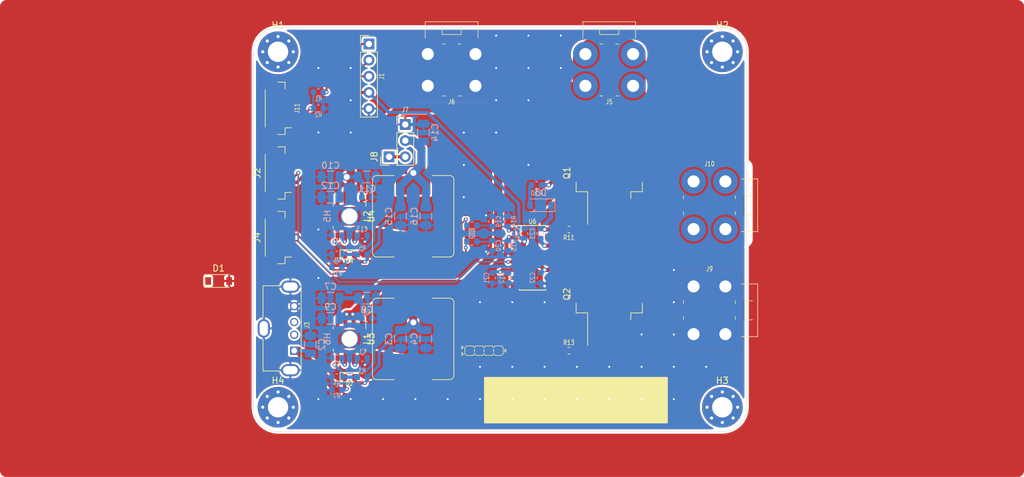
<source format=kicad_pcb>
(kicad_pcb (version 20171130) (host pcbnew "(5.1.2)-1")
  (layers (0 F.Cu signal) (31 B.Cu signal) (34 B.Paste user) (35 F.Paste user) (36 B.SilkS user) (37 F.SilkS user) (38 B.Mask user) (39 F.Mask user) (44 Edge.Cuts user))
  (net 0 "")
  (net 1 cam_conn.si)
  (net 2 srv.sig)
  (net 3 pwm_conn.pwm0)
  (net 4 motor.a)
  (net 5 vin)
  (net 6 gnd)
  (net 7 vusb)
  (net 8 vsrv)
  (net 9 cam_div.output)
  (net 10 cam_div.top)
  (net 11 cam_conn.clk)
  (net 12 drv1.pwr)
  (net 13 gpio_conn.gp0)
  (net 14 drv1.ina)
  (net 15 hole_0.pad)
  (net 16 hole_1.pad)
  (net 17 hole_2.pad)
  (net 18 hole_3.pad)
  (net 19 R4.1)
  (net 20 R13.1)
  (net 21 C1.1)
  (net 22 C1.2)
  (net 23 U3.6)
  (net 24 C13.1)
  (net 25 L2.1)
  (net 26 C18.1)
  (net 27 R8.2)
  (net 28 U6.2)
  (net 29 R12.1)
  (net 30 U6.16)
  (net 31 D2.1)
  (net 32 D3.2)
  (net 33 R16.1)
  (net 34 R11.2)
  (net 35 R13.2)
  (net 36 U4.5)
  (net 37 U6.15)
  (module Resistor_SMD:R_0603_1608Metric (layer F.Cu) (at 175.43 80.13)
    (fp_text reference R13 (at 0 -1.27 180) (layer F.SilkS) (effects (font (size 0.75 0.6) (thickness 0.1))))
    (fp_text value "2.2, 1%, 0.1W")
    (pad 2 smd roundrect (at 0.7875 0) (size 0.875 0.95) (layers F.Cu F.Paste F.Mask) (net 35 R13.2))
    (pad 1 smd roundrect (at -0.7875 0) (size 0.875 0.95) (layers F.Cu F.Paste F.Mask) (net 20 R13.1))
  )
  (module calisco:Symbol_Duckling (layer F.Cu) (at 168.445 78.225)
    (fp_text reference U2 hide)
    (fp_text value Duck hide)
    (fp_arc (start 0.255376 2.580879) (end 0.286757 1.643905) (angle -31.9) (layer F.Cu) (width 0.16))
    (fp_arc (start 0.255376 0.95693) (end -0.213243 1.768905) (angle -31.9) (layer F.Cu) (width 0.16))
    (fp_arc (start -1.045869 -1.397143) (end -0.303506 -0.391461) (angle -23.07391807) (layer F.Cu) (width 0.2))
    (fp_arc (start 0.820058 1.49895) (end 0.820058 1.43645) (angle -180) (layer F.Cu) (width 0.16))
    (fp_arc (start 0.820058 1.62395) (end 0.820058 1.56145) (angle -180) (layer F.Cu) (width 0.16))
    (fp_line (start -0.51095 1.424715) (end -0.201673 1.39873) (layer F.Cu) (width 0.2))
    (fp_line (start -1.072198 1.25) (end -0.807277 1.374087) (layer F.Cu) (width 0.2))
    (fp_line (start -0.201673 1.39873) (end 0.101295 1.297751) (layer F.Cu) (width 0.2))
    (fp_line (start 0.101295 1.297751) (end 0.379085 1.128065) (layer F.Cu) (width 0.2))
    (fp_arc (start 0.438855 0.614222) (end -0.303506 -0.391461) (angle -50.50954913) (layer F.Cu) (width 0.2))
    (fp_arc (start -2.057586 0.480902) (end -1.072198 1.25) (angle -34.91520625) (layer F.Cu) (width 0.2))
    (fp_line (start -0.807277 1.374087) (end -0.51095 1.424715) (layer F.Cu) (width 0.2))
    (fp_line (start 0.379085 1.128065) (end 0.614398 0.900241) (layer F.Cu) (width 0.2))
    (fp_line (start 0.614398 0.900241) (end 0.792579 0.628467) (layer F.Cu) (width 0.2))
    (fp_line (start 0.937407 0.022451) (end 0.895035 -0.27405) (layer F.Cu) (width 0.2))
    (fp_line (start 0.895035 -0.27405) (end 0.778054 -0.54137) (layer F.Cu) (width 0.2))
    (fp_line (start 0.778054 -0.54137) (end 0.59375 -0.762861) (layer F.Cu) (width 0.2))
    (fp_arc (start 1.417814 -1.468658) (end 0.869178 -1.169286) (angle -38.9) (layer F.Cu) (width 0.16))
    (fp_line (start 0.792579 0.628467) (end 0.902531 0.329667) (layer F.Cu) (width 0.2))
    (fp_arc (start 0.666915 0.805586) (end -0.013396 -0.243068) (angle -64) (layer F.Cu) (width 0.16))
    (fp_arc (start 0.5 -1.375) (end 0.62074 -1.407352) (angle -150) (layer F.Cu) (width 0.16))
    (fp_arc (start 0.286757 1.831405) (end 0.286757 1.768905) (angle -180) (layer F.Cu) (width 0.16))
    (fp_circle (center 0.3125 -1.25) (end 0.875 -1.25) (layer F.Cu) (width 0.2))
    (fp_arc (start 1.002382 -1.490866) (end 0.763205 -0.913443) (angle -38.9) (layer F.Cu) (width 0.16))
    (fp_line (start 0.902531 0.329667) (end 0.937407 0.022451) (layer F.Cu) (width 0.2))
    (fp_arc (start 0.286757 1.706405) (end 0.286757 1.643905) (angle -180) (layer F.Cu) (width 0.16))
    (fp_arc (start -0.639602 -0.290712) (end -0.573812 0.957555) (angle -73.5) (layer F.Cu) (width 0.16))
    (fp_arc (start 0.788677 0.749475) (end 0.320058 1.56145) (angle -31.9) (layer F.Cu) (width 0.16))
    (fp_arc (start 0 0) (end 1.093749 1.89443) (angle -300) (layer F.Cu) (width 0.2))
    (fp_arc (start 0.788677 2.373424) (end 0.820058 1.43645) (angle -31.9) (layer F.Cu) (width 0.16))
    (fp_line (start -0.150743 1.768905) (end -0.2 1.39571) (layer F.Cu) (width 0.2))
    (fp_circle (center 0 0) (end 2.5 0) (layer F.Cu) (width 0.2))
    (fp_line (start 0.382558 1.56145) (end 0.273702 1.202597) (layer F.Cu) (width 0.2))
    (fp_line (start -0.2 1.39571) (end -0.212004 1.146914) (layer F.Cu) (width 0.2))
  )
  (module calisco:Indicator_IdDots_4 (layer F.Cu) (at 162.095 80.13)
    (fp_text reference U5 hide)
    (fp_text value IdDots4)
    (fp_circle (center -2.25 0) (end -2 0) (layer F.Cu) (width 0.5))
    (fp_circle (center -0.75 0) (end -0.5 0) (layer F.Cu) (width 0.5))
    (fp_circle (center 0.75 0) (end 1 0) (layer F.Cu) (width 0.5))
    (fp_circle (center 2.25 0) (end 2.5 0) (layer F.Cu) (width 0.5))
  )
  (module calisco:Indicator_LeadFree (layer F.Cu) (at 162.095 76.32)
    (fp_text reference U1 hide)
    (fp_text value LeadFree hide)
    (fp_text user Pb (at 1.25 0) (layer F.Cu) (effects (font (size 1 0.8) (thickness 0.2))))
    (fp_line (start 0.6 0.7) (end 1.9 -0.7) (layer F.Cu) (width 0.2))
    (fp_circle (center -1.25 0) (end -0.25 0) (layer F.Cu) (width 0.2))
    (fp_text user Pb (at -1.25 0) (layer F.Cu) (effects (font (size 1 0.8) (thickness 0.2))))
    (fp_circle (center 1.25 0) (end 2.25 0) (layer F.Cu) (width 0.2))
    (fp_line (start -2.05 -0.55) (end -1.8 -0.55) (layer F.Cu) (width 0.2))
    (fp_line (start -0.8 0.45) (end -0.4 0.45) (layer F.Cu) (width 0.2))
  )
  (module Resistor_SMD:R_0603_1608Metric (layer B.Cu) (at 138.9525 84.285 180)
    (fp_text reference R4 (at 0 -1) (layer B.SilkS) (effects (font (size 0.75 0.6) (thickness 0.1)) (justify mirror)))
    (fp_text value "82k, 1%, 0.1W")
    (pad 2 smd roundrect (at 0.7875 0 180) (size 0.875 0.95) (layers B.Cu B.Paste B.Mask) (net 6 gnd))
    (pad 1 smd roundrect (at -0.7875 0 180) (size 0.875 0.95) (layers B.Cu B.Paste B.Mask) (net 19 R4.1))
  )
  (module Resistor_SMD:R_0603_1608Metric (layer B.Cu) (at 142.9525 84.285 180)
    (fp_text reference R3 (at 0 1) (layer B.SilkS) (effects (font (size 0.75 0.6) (thickness 0.1)) (justify mirror)))
    (fp_text value "330k, 1%, 0.1W")
    (pad 1 smd roundrect (at -0.7875 0 180) (size 0.875 0.95) (layers B.Cu B.Paste B.Mask) (net 7 vusb))
    (pad 2 smd roundrect (at 0.7875 0 180) (size 0.875 0.95) (layers B.Cu B.Paste B.Mask) (net 19 R4.1))
  )
  (module Capacitor_SMD:C_0603_1608Metric (layer B.Cu) (at 143.68 75.05)
    (fp_text reference C6 (at 0 -1) (layer B.SilkS) (effects (font (size 0.75 0.6) (thickness 0.1)) (justify mirror)))
    (fp_text value "0.22µF, 16V, CL10B224KO8NNNC")
    (pad 2 smd roundrect (at 0.7875 0) (size 0.875 0.95) (layers B.Cu B.Paste B.Mask) (net 6 gnd))
    (pad 1 smd roundrect (at -0.7875 0) (size 0.875 0.95) (layers B.Cu B.Paste B.Mask) (net 5 vin))
  )
  (module Connector_JST:JST_SH_BM06B-SRSS-TB_1x06-1MP_P1.00mm_Vertical (layer F.Cu) (at 129.71 42.03 90)
    (fp_text reference J11 (at 0 3 90) (layer F.SilkS) (effects (font (size 0.75 0.6) (thickness 0.1))))
    (fp_text value "JST-SH 6-pos")
    (pad MP smd roundrect (at 3.8 -1.2 90) (size 1.2 1.8) (layers F.Cu F.Paste F.Mask) (roundrect_rratio 0.208333))
    (pad MP smd roundrect (at -3.8 -1.2 90) (size 1.2 1.8) (layers F.Cu F.Paste F.Mask) (roundrect_rratio 0.208333))
    (pad 6 smd roundrect (at 2.5 1.325 90) (size 0.6 1.55) (layers F.Cu F.Paste F.Mask))
    (pad 5 smd roundrect (at 1.5 1.325 90) (size 0.6 1.55) (layers F.Cu F.Paste F.Mask))
    (pad 4 smd roundrect (at 0.5 1.325 90) (size 0.6 1.55) (layers F.Cu F.Paste F.Mask))
    (pad 3 smd roundrect (at -0.5 1.325 90) (size 0.6 1.55) (layers F.Cu F.Paste F.Mask) (net 9 cam_div.output))
    (pad 2 smd roundrect (at -1.5 1.325 90) (size 0.6 1.55) (layers F.Cu F.Paste F.Mask))
    (pad 1 smd roundrect (at -2.5 1.325 90) (size 0.6 1.55) (layers F.Cu F.Paste F.Mask) (net 6 gnd))
  )
  (module Connector_PinHeader_2.54mm:PinHeader_1x05_P2.54mm_Vertical (layer F.Cu) (at 144 31.92)
    (fp_text reference J1 (at 2 5.08 90) (layer F.SilkS) (effects (font (size 0.75 0.6) (thickness 0.1))))
    (fp_text value "Header 5-pos")
    (pad 1 thru_hole rect (at 0 0) (size 1.7 1.7) (drill 1) (layers *.Cu *.Mask) (net 10 cam_div.top))
    (pad 2 thru_hole oval (at 0 2.54) (size 1.7 1.7) (drill 1) (layers *.Cu *.Mask) (net 1 cam_conn.si))
    (pad 3 thru_hole oval (at 0 5.08) (size 1.7 1.7) (drill 1) (layers *.Cu *.Mask) (net 11 cam_conn.clk))
    (pad 4 thru_hole oval (at 0 7.62) (size 1.7 1.7) (drill 1) (layers *.Cu *.Mask) (net 12 drv1.pwr))
    (pad 5 thru_hole oval (at 0 10.16) (size 1.7 1.7) (drill 1) (layers *.Cu *.Mask) (net 6 gnd))
  )
  (module Resistor_SMD:R_0603_1608Metric (layer F.Cu) (at 175.43 61.08)
    (fp_text reference R11 (at 0 1.27 180) (layer F.SilkS) (effects (font (size 0.75 0.6) (thickness 0.1))))
    (fp_text value "2.2, 1%, 0.1W")
    (pad 2 smd roundrect (at 0.7875 0) (size 0.875 0.95) (layers F.Cu F.Paste F.Mask) (net 34 R11.2))
    (pad 1 smd roundrect (at -0.7875 0) (size 0.875 0.95) (layers F.Cu F.Paste F.Mask) (net 37 U6.15))
  )
  (module Resistor_SMD:R_0603_1608Metric (layer B.Cu) (at 170.35 54.095 180)
    (fp_text reference R10 (at 0 -1.27) (layer B.SilkS) (effects (font (size 0.75 0.6) (thickness 0.1)) (justify mirror)))
    (fp_text value "2.2, 1%, 0.1W")
    (pad 1 smd roundrect (at -0.7875 0 180) (size 0.875 0.95) (layers B.Cu B.Paste B.Mask) (net 5 vin))
    (pad 2 smd roundrect (at 0.7875 0 180) (size 0.875 0.95) (layers B.Cu B.Paste B.Mask) (net 32 D3.2))
  )
  (module Capacitor_SMD:C_0603_1608Metric (layer B.Cu) (at 163.365 68.7 270)
    (fp_text reference C21 (at 0 0.889 270) (layer B.SilkS) (effects (font (size 0.75 0.6) (thickness 0.1)) (justify mirror)))
    (fp_text value "2200pF, 50V, CL10B222JB8NNNC")
    (pad 1 smd roundrect (at -0.7875 0 270) (size 0.875 0.95) (layers B.Cu B.Paste B.Mask) (net 29 R12.1))
    (pad 2 smd roundrect (at 0.7875 0 270) (size 0.875 0.95) (layers B.Cu B.Paste B.Mask) (net 6 gnd))
  )
  (module Resistor_SMD:R_0603_1608Metric (layer B.Cu) (at 165.905 68.7 270)
    (fp_text reference R12 (at 0 1.016 270) (layer B.SilkS) (effects (font (size 0.75 0.6) (thickness 0.1)) (justify mirror)))
    (fp_text value "22k, 1%, 0.1W")
    (pad 1 smd roundrect (at -0.7875 0 270) (size 0.875 0.95) (layers B.Cu B.Paste B.Mask) (net 29 R12.1))
    (pad 2 smd roundrect (at 0.7875 0 270) (size 0.875 0.95) (layers B.Cu B.Paste B.Mask) (net 6 gnd))
  )
  (module Package_SO:SOIC-16_3.9x9.9mm_P1.27mm (layer F.Cu) (at 169.715 65.525)
    (fp_text reference U6 (at 0 -5.715) (layer F.SilkS) (effects (font (size 0.75 0.6) (thickness 0.1))))
    (fp_text value UCC21222)
    (pad 1 smd rect (at -2.7 -4.445) (size 1.5 0.6) (layers F.Cu F.Paste F.Mask) (net 27 R8.2))
    (pad 2 smd rect (at -2.7 -3.175) (size 1.5 0.6) (layers F.Cu F.Paste F.Mask) (net 28 U6.2))
    (pad 3 smd rect (at -2.7 -1.905) (size 1.5 0.6) (layers F.Cu F.Paste F.Mask) (net 12 drv1.pwr))
    (pad 4 smd rect (at -2.7 -0.635) (size 1.5 0.6) (layers F.Cu F.Paste F.Mask) (net 6 gnd))
    (pad 5 smd rect (at -2.7 0.635) (size 1.5 0.6) (layers F.Cu F.Paste F.Mask) (net 13 gpio_conn.gp0))
    (pad 6 smd rect (at -2.7 1.905) (size 1.5 0.6) (layers F.Cu F.Paste F.Mask) (net 29 R12.1))
    (pad 7 smd rect (at -2.7 3.175) (size 1.5 0.6) (layers F.Cu F.Paste F.Mask))
    (pad 8 smd rect (at -2.7 4.445) (size 1.5 0.6) (layers F.Cu F.Paste F.Mask) (net 12 drv1.pwr))
    (pad 9 smd rect (at 2.7 4.445) (size 1.5 0.6) (layers F.Cu F.Paste F.Mask) (net 6 gnd))
    (pad 10 smd rect (at 2.7 3.175) (size 1.5 0.6) (layers F.Cu F.Paste F.Mask) (net 20 R13.1))
    (pad 11 smd rect (at 2.7 1.905) (size 1.5 0.6) (layers F.Cu F.Paste F.Mask) (net 5 vin))
    (pad 12 smd rect (at 2.7 0.635) (size 1.5 0.6) (layers F.Cu F.Paste F.Mask))
    (pad 13 smd rect (at 2.7 -0.635) (size 1.5 0.6) (layers F.Cu F.Paste F.Mask))
    (pad 14 smd rect (at 2.7 -1.905) (size 1.5 0.6) (layers F.Cu F.Paste F.Mask) (net 4 motor.a))
    (pad 15 smd rect (at 2.7 -3.175) (size 1.5 0.6) (layers F.Cu F.Paste F.Mask) (net 37 U6.15))
    (pad 16 smd rect (at 2.7 -4.445) (size 1.5 0.6) (layers F.Cu F.Paste F.Mask) (net 30 U6.16))
  )
  (module Capacitor_SMD:C_0603_1608Metric (layer B.Cu) (at 168.445 61.715 90)
    (fp_text reference C24 (at 0 -1.016 270) (layer B.SilkS) (effects (font (size 0.75 0.6) (thickness 0.1)) (justify mirror)))
    (fp_text value "0.1µF, 50V, CL10B104KB8NNNC")
    (pad 2 smd roundrect (at 0.7875 0 90) (size 0.875 0.95) (layers B.Cu B.Paste B.Mask) (net 6 gnd))
    (pad 1 smd roundrect (at -0.7875 0 90) (size 0.875 0.95) (layers B.Cu B.Paste B.Mask) (net 12 drv1.pwr))
  )
  (module Capacitor_SMD:C_0603_1608Metric (layer B.Cu) (at 170.985 61.715 270)
    (fp_text reference C23 (at 0 1.27 270) (layer B.SilkS) (effects (font (size 0.75 0.6) (thickness 0.1)) (justify mirror)))
    (fp_text value "1µF, 25V, CL10A105KA8NNNC")
    (pad 1 smd roundrect (at -0.7875 0 270) (size 0.875 0.95) (layers B.Cu B.Paste B.Mask) (net 30 U6.16))
    (pad 2 smd roundrect (at 0.7875 0 270) (size 0.875 0.95) (layers B.Cu B.Paste B.Mask) (net 4 motor.a))
  )
  (module Capacitor_SMD:C_0603_1608Metric (layer B.Cu) (at 170.985 68.7 270)
    (fp_text reference C22 (at 0 1.27 270) (layer B.SilkS) (effects (font (size 0.75 0.6) (thickness 0.1)) (justify mirror)))
    (fp_text value "1µF, 25V, CL10A105KA8NNNC")
    (pad 2 smd roundrect (at 0.7875 0 270) (size 0.875 0.95) (layers B.Cu B.Paste B.Mask) (net 6 gnd))
    (pad 1 smd roundrect (at -0.7875 0 270) (size 0.875 0.95) (layers B.Cu B.Paste B.Mask) (net 5 vin))
  )
  (module Capacitor_SMD:C_0603_1608Metric (layer B.Cu) (at 142.9525 81.285)
    (fp_text reference C1 (at 0 -1) (layer B.SilkS) (effects (font (size 0.75 0.6) (thickness 0.1)) (justify mirror)))
    (fp_text value "0.1µF, 50V, CL10B104KB8NNNC")
    (pad 1 smd roundrect (at -0.7875 0) (size 0.875 0.95) (layers B.Cu B.Paste B.Mask) (net 21 C1.1))
    (pad 2 smd roundrect (at 0.7875 0) (size 0.875 0.95) (layers B.Cu B.Paste B.Mask) (net 22 C1.2))
  )
  (module Capacitor_SMD:C_0603_1608Metric (layer B.Cu) (at 138.9525 81.285 180)
    (fp_text reference C5 (at 0 -1) (layer B.SilkS) (effects (font (size 0.75 0.6) (thickness 0.1)) (justify mirror)))
    (fp_text value "1µF, 25V, CL10A105KA8NNNC")
    (pad 2 smd roundrect (at 0.7875 0 180) (size 0.875 0.95) (layers B.Cu B.Paste B.Mask) (net 6 gnd))
    (pad 1 smd roundrect (at -0.7875 0 180) (size 0.875 0.95) (layers B.Cu B.Paste B.Mask) (net 23 U3.6))
  )
  (module calisco:ScrewTerminal_M3_RA_Keystone7761 (layer F.Cu) (at 197.54 57.27 270)
    (fp_text reference J10 (at -6.5 0 180) (layer F.SilkS) (effects (font (size 0.75 0.6) (thickness 0.1))))
    (fp_text value PLACEHOLDER_M3ScrewTerminal)
    (pad 1 thru_hole oval (at 3.75 2.5 270) (size 3.9 3.9) (drill 1.9) (layers *.Cu *.Mask) (net 4 motor.a))
    (pad 1 thru_hole oval (at -3.75 2.5) (size 3.9 3.9) (drill 1.9) (layers *.Cu *.Mask) (net 4 motor.a))
    (pad 1 thru_hole oval (at 3.75 -2.5 270) (size 3.9 3.9) (drill 1.9) (layers *.Cu *.Mask) (net 4 motor.a))
    (pad 1 thru_hole oval (at -3.75 -2.5 270) (size 3.9 3.9) (drill 1.9) (layers *.Cu *.Mask) (net 4 motor.a))
  )
  (module calisco:ScrewTerminal_M3_RA_Keystone7761 (layer F.Cu) (at 197.54 73.78 270)
    (fp_text reference J9 (at -6.5 0 180) (layer F.SilkS) (effects (font (size 0.75 0.6) (thickness 0.1))))
    (fp_text value PLACEHOLDER_M3ScrewTerminal)
    (pad 1 thru_hole oval (at -3.75 -2.5 270) (size 3.9 3.9) (drill 1.9) (layers *.Cu *.Mask) (net 6 gnd))
    (pad 1 thru_hole oval (at 3.75 -2.5 270) (size 3.9 3.9) (drill 1.9) (layers *.Cu *.Mask) (net 6 gnd))
    (pad 1 thru_hole oval (at -3.75 2.5) (size 3.9 3.9) (drill 1.9) (layers *.Cu *.Mask) (net 6 gnd))
    (pad 1 thru_hole oval (at 3.75 2.5 270) (size 3.9 3.9) (drill 1.9) (layers *.Cu *.Mask) (net 6 gnd))
  )
  (module calisco:ScrewTerminal_M3_RA_Keystone7761 (layer F.Cu) (at 157 36)
    (fp_text reference J6 (at 0 5) (layer F.SilkS) (effects (font (size 0.75 0.6) (thickness 0.1))))
    (fp_text value PLACEHOLDER_M3ScrewTerminal)
    (pad 1 thru_hole oval (at 3.75 2.5) (size 3.9 3.9) (drill 1.9) (layers *.Cu *.Mask) (net 6 gnd))
    (pad 1 thru_hole oval (at -3.75 2.5 90) (size 3.9 3.9) (drill 1.9) (layers *.Cu *.Mask) (net 6 gnd))
    (pad 1 thru_hole oval (at 3.75 -2.5) (size 3.9 3.9) (drill 1.9) (layers *.Cu *.Mask) (net 6 gnd))
    (pad 1 thru_hole oval (at -3.75 -2.5) (size 3.9 3.9) (drill 1.9) (layers *.Cu *.Mask) (net 6 gnd))
  )
  (module calisco:ScrewTerminal_M3_RA_Keystone7761 (layer F.Cu) (at 181.78 36)
    (fp_text reference J5 (at 0 5) (layer F.SilkS) (effects (font (size 0.75 0.6) (thickness 0.1))))
    (fp_text value PLACEHOLDER_M3ScrewTerminal)
    (pad 1 thru_hole oval (at -3.75 -2.5) (size 3.9 3.9) (drill 1.9) (layers *.Cu *.Mask) (net 5 vin))
    (pad 1 thru_hole oval (at 3.75 -2.5) (size 3.9 3.9) (drill 1.9) (layers *.Cu *.Mask) (net 5 vin))
    (pad 1 thru_hole oval (at -3.75 2.5 90) (size 3.9 3.9) (drill 1.9) (layers *.Cu *.Mask) (net 5 vin))
    (pad 1 thru_hole oval (at 3.75 2.5) (size 3.9 3.9) (drill 1.9) (layers *.Cu *.Mask) (net 5 vin))
  )
  (module LED_SMD:LED_0603_1608Metric (layer F.Cu) (at 140.9525 84.285)
    (fp_text reference D2 (at 0 1) (layer F.SilkS) (effects (font (size 0.75 0.6) (thickness 0.1))))
    (fp_text value "")
    (pad 1 smd roundrect (at -0.7875 0) (size 0.875 0.95) (layers F.Cu F.Paste F.Mask) (net 31 D2.1))
    (pad 2 smd roundrect (at 0.7875 0) (size 0.875 0.95) (layers F.Cu F.Paste F.Mask) (net 7 vusb))
  )
  (module Resistor_SMD:R_0603_1608Metric (layer B.Cu) (at 138.9525 86.285 180)
    (fp_text reference R7 (at 0 -1) (layer B.SilkS) (effects (font (size 0.75 0.6) (thickness 0.1)) (justify mirror)))
    (fp_text value "1k, 1%, 0.1W")
    (pad 1 smd roundrect (at -0.7875 0 180) (size 0.875 0.95) (layers B.Cu B.Paste B.Mask) (net 31 D2.1))
    (pad 2 smd roundrect (at 0.7875 0 180) (size 0.875 0.95) (layers B.Cu B.Paste B.Mask) (net 6 gnd))
  )
  (module Connector_USB:USB_A_Molex_105057_Vertical (layer F.Cu) (at 132.25 80.13 90)
    (fp_text reference J3 (at 4 2 90) (layer F.SilkS) (effects (font (size 0.75 0.6) (thickness 0.1))))
    (fp_text value "Molex 105057")
    (pad 1 thru_hole rect (at 0 0 90) (size 1.3 1.3) (drill 0.9) (layers *.Cu *.Mask) (net 7 vusb))
    (pad 2 thru_hole circle (at 2.5 0 90) (size 1.3 1.3) (drill 0.9) (layers *.Cu *.Mask))
    (pad 3 thru_hole circle (at 4.5 0 90) (size 1.3 1.3) (drill 0.9) (layers *.Cu *.Mask))
    (pad 4 thru_hole circle (at 7 0 90) (size 1.3 1.3) (drill 0.9) (layers *.Cu *.Mask) (net 6 gnd))
    (pad 5 thru_hole oval (at -3.07 -0.6 270) (size 1.9 2.9) (drill oval 1.3 2.3) (layers *.Cu *.Mask) (net 6 gnd))
    (pad 5 thru_hole oval (at 10.07 -0.6 90) (size 1.9 2.9) (drill oval 1.3 2.3) (layers *.Cu *.Mask) (net 6 gnd))
    (pad 5 thru_hole oval (at 3.5 -4.78 180) (size 1.9 2.9) (drill oval 1.3 2.3) (layers *.Cu *.Mask) (net 6 gnd))
  )
  (module Capacitor_SMD:C_0603_1608Metric (layer B.Cu) (at 142.9525 62)
    (fp_text reference C13 (at 0 -1 180) (layer B.SilkS) (effects (font (size 0.75 0.6) (thickness 0.1)) (justify mirror)))
    (fp_text value "0.1µF, 50V, CL10B104KB8NNNC")
    (pad 1 smd roundrect (at -0.7875 0) (size 0.875 0.95) (layers B.Cu B.Paste B.Mask) (net 24 C13.1))
    (pad 2 smd roundrect (at 0.7875 0) (size 0.875 0.95) (layers B.Cu B.Paste B.Mask) (net 25 L2.1))
  )
  (module Resistor_SMD:R_0603_1608Metric (layer B.Cu) (at 138.9525 65 180)
    (fp_text reference R6 (at 0 -1 180) (layer B.SilkS) (effects (font (size 0.75 0.6) (thickness 0.1)) (justify mirror)))
    (fp_text value "68k, 1%, 0.1W")
    (pad 1 smd roundrect (at -0.7875 0 180) (size 0.875 0.95) (layers B.Cu B.Paste B.Mask) (net 36 U4.5))
    (pad 2 smd roundrect (at 0.7875 0 180) (size 0.875 0.95) (layers B.Cu B.Paste B.Mask) (net 6 gnd))
  )
  (module Resistor_SMD:R_0603_1608Metric (layer B.Cu) (at 142.9525 65 180)
    (fp_text reference R5 (at 0 1 180) (layer B.SilkS) (effects (font (size 0.75 0.6) (thickness 0.1)) (justify mirror)))
    (fp_text value "330k, 1%, 0.1W")
    (pad 2 smd roundrect (at 0.7875 0 180) (size 0.875 0.95) (layers B.Cu B.Paste B.Mask) (net 36 U4.5))
    (pad 1 smd roundrect (at -0.7875 0 180) (size 0.875 0.95) (layers B.Cu B.Paste B.Mask) (net 8 vsrv))
  )
  (module Capacitor_SMD:C_0603_1608Metric (layer B.Cu) (at 143.68 56)
    (fp_text reference C17 (at 0 -1 180) (layer B.SilkS) (effects (font (size 0.75 0.6) (thickness 0.1)) (justify mirror)))
    (fp_text value "0.22µF, 16V, CL10B224KO8NNNC")
    (pad 1 smd roundrect (at -0.7875 0) (size 0.875 0.95) (layers B.Cu B.Paste B.Mask) (net 5 vin))
    (pad 2 smd roundrect (at 0.7875 0) (size 0.875 0.95) (layers B.Cu B.Paste B.Mask) (net 6 gnd))
  )
  (module Capacitor_SMD:C_0603_1608Metric (layer B.Cu) (at 138.9525 62 180)
    (fp_text reference C18 (at 0 -1 180) (layer B.SilkS) (effects (font (size 0.75 0.6) (thickness 0.1)) (justify mirror)))
    (fp_text value "1µF, 25V, CL10A105KA8NNNC")
    (pad 2 smd roundrect (at 0.7875 0 180) (size 0.875 0.95) (layers B.Cu B.Paste B.Mask) (net 6 gnd))
    (pad 1 smd roundrect (at -0.7875 0 180) (size 0.875 0.95) (layers B.Cu B.Paste B.Mask) (net 26 C18.1))
  )
  (module Connector_PinHeader_2.54mm:PinHeader_1x03_P2.54mm_Vertical (layer F.Cu) (at 149.7125 44.57)
    (fp_text reference J7 (at 0 -2.33) (layer F.SilkS) (effects (font (size 0.75 0.6) (thickness 0.1))))
    (fp_text value "Header 3-pos")
    (pad 1 thru_hole rect (at 0 0) (size 1.7 1.7) (drill 1) (layers *.Cu *.Mask) (net 6 gnd))
    (pad 2 thru_hole oval (at 0 2.54) (size 1.7 1.7) (drill 1) (layers *.Cu *.Mask) (net 8 vsrv))
    (pad 3 thru_hole oval (at 0 5.08) (size 1.7 1.7) (drill 1) (layers *.Cu *.Mask) (net 2 srv.sig))
  )
  (module LED_SMD:LED_0603_1608Metric (layer F.Cu) (at 140.9525 65)
    (fp_text reference D4 (at 0 1) (layer F.SilkS) (effects (font (size 0.75 0.6) (thickness 0.1))))
    (fp_text value "")
    (pad 1 smd roundrect (at -0.7875 0) (size 0.875 0.95) (layers F.Cu F.Paste F.Mask) (net 33 R16.1))
    (pad 2 smd roundrect (at 0.7875 0) (size 0.875 0.95) (layers F.Cu F.Paste F.Mask) (net 8 vsrv))
  )
  (module Resistor_SMD:R_0603_1608Metric (layer B.Cu) (at 138.9525 67 180)
    (fp_text reference R16 (at 0 -1) (layer B.SilkS) (effects (font (size 0.75 0.6) (thickness 0.1)) (justify mirror)))
    (fp_text value "1k, 1%, 0.1W")
    (pad 1 smd roundrect (at -0.7875 0 180) (size 0.875 0.95) (layers B.Cu B.Paste B.Mask) (net 33 R16.1))
    (pad 2 smd roundrect (at 0.7875 0 180) (size 0.875 0.95) (layers B.Cu B.Paste B.Mask) (net 6 gnd))
  )
  (module Resistor_SMD:R_0603_1608Metric (layer B.Cu) (at 136.06 42.03)
    (fp_text reference R2 (at 0 1) (layer B.SilkS) (effects (font (size 0.75 0.6) (thickness 0.1)) (justify mirror)))
    (fp_text value "18k, 1%, 0.1W")
    (pad 2 smd roundrect (at 0.7875 0) (size 0.875 0.95) (layers B.Cu B.Paste B.Mask) (net 6 gnd))
    (pad 1 smd roundrect (at -0.7875 0) (size 0.875 0.95) (layers B.Cu B.Paste B.Mask) (net 9 cam_div.output))
  )
  (module Resistor_SMD:R_0603_1608Metric (layer B.Cu) (at 136.06 39.49 180)
    (fp_text reference R1 (at 0 -1) (layer B.SilkS) (effects (font (size 0.75 0.6) (thickness 0.1)) (justify mirror)))
    (fp_text value "22k, 1%, 0.1W")
    (pad 1 smd roundrect (at -0.7875 0 180) (size 0.875 0.95) (layers B.Cu B.Paste B.Mask) (net 10 cam_div.top))
    (pad 2 smd roundrect (at 0.7875 0 180) (size 0.875 0.95) (layers B.Cu B.Paste B.Mask) (net 9 cam_div.output))
  )
  (module Resistor_SMD:R_0603_1608Metric (layer B.Cu) (at 165.905 59.81 270)
    (fp_text reference R14 (at 0 -0.889 90) (layer B.SilkS) (effects (font (size 0.75 0.6) (thickness 0.1)) (justify mirror)))
    (fp_text value "10k, 1%, 0.1W")
    (pad 1 smd roundrect (at -0.7875 0 270) (size 0.875 0.95) (layers B.Cu B.Paste B.Mask) (net 6 gnd))
    (pad 2 smd roundrect (at 0.7875 0 270) (size 0.875 0.95) (layers B.Cu B.Paste B.Mask) (net 27 R8.2))
  )
  (module Resistor_SMD:R_0603_1608Metric (layer B.Cu) (at 165.905 63.62 90)
    (fp_text reference R15 (at 0 0.889 90) (layer B.SilkS) (effects (font (size 0.75 0.6) (thickness 0.1)) (justify mirror)))
    (fp_text value "10k, 1%, 0.1W")
    (pad 2 smd roundrect (at 0.7875 0 90) (size 0.875 0.95) (layers B.Cu B.Paste B.Mask) (net 28 U6.2))
    (pad 1 smd roundrect (at -0.7875 0 90) (size 0.875 0.95) (layers B.Cu B.Paste B.Mask) (net 6 gnd))
  )
  (module Capacitor_SMD:C_0603_1608Metric (layer B.Cu) (at 163.365 59.81 90)
    (fp_text reference C19 (at 0 1.016 90) (layer B.SilkS) (effects (font (size 0.75 0.6) (thickness 0.1)) (justify mirror)))
    (fp_text value "100pF, 50V, CL10C101JB8NNNC")
    (pad 2 smd roundrect (at 0.7875 0 90) (size 0.875 0.95) (layers B.Cu B.Paste B.Mask) (net 6 gnd))
    (pad 1 smd roundrect (at -0.7875 0 90) (size 0.875 0.95) (layers B.Cu B.Paste B.Mask) (net 27 R8.2))
  )
  (module Resistor_SMD:R_0603_1608Metric (layer B.Cu) (at 160.19 60.445)
    (fp_text reference R8 (at 0 0.889) (layer B.SilkS) (effects (font (size 0.75 0.6) (thickness 0.1)) (justify mirror)))
    (fp_text value "150, 1%, 0.1W")
    (pad 1 smd roundrect (at -0.7875 0) (size 0.875 0.95) (layers B.Cu B.Paste B.Mask) (net 14 drv1.ina))
    (pad 2 smd roundrect (at 0.7875 0) (size 0.875 0.95) (layers B.Cu B.Paste B.Mask) (net 27 R8.2))
  )
  (module Capacitor_SMD:C_0603_1608Metric (layer B.Cu) (at 163.365 63.62 270)
    (fp_text reference C20 (at 0 -1.016 90) (layer B.SilkS) (effects (font (size 0.75 0.6) (thickness 0.1)) (justify mirror)))
    (fp_text value "100pF, 50V, CL10C101JB8NNNC")
    (pad 1 smd roundrect (at -0.7875 0 270) (size 0.875 0.95) (layers B.Cu B.Paste B.Mask) (net 28 U6.2))
    (pad 2 smd roundrect (at 0.7875 0 270) (size 0.875 0.95) (layers B.Cu B.Paste B.Mask) (net 6 gnd))
  )
  (module Resistor_SMD:R_0603_1608Metric (layer B.Cu) (at 160.19 62.985)
    (fp_text reference R9 (at 0 -0.889) (layer B.SilkS) (effects (font (size 0.75 0.6) (thickness 0.1)) (justify mirror)))
    (fp_text value "150, 1%, 0.1W")
    (pad 2 smd roundrect (at 0.7875 0) (size 0.875 0.95) (layers B.Cu B.Paste B.Mask) (net 28 U6.2))
    (pad 1 smd roundrect (at -0.7875 0) (size 0.875 0.95) (layers B.Cu B.Paste B.Mask) (net 3 pwm_conn.pwm0))
  )
  (module MountingHole:MountingHole_2.5mm (layer B.Cu) (at 140.9525 59 270)
    (fp_text reference H5 (at 0 3.5 90) (layer B.SilkS) (effects (justify mirror)))
    (fp_text value M2.5)
    (pad 1 thru_hole circle (at 0 0 270) (size 2.9 2.9) (drill 2.5) (layers *.Cu *.Mask) (net 6 gnd))
  )
  (module MountingHole:MountingHole_2.5mm (layer B.Cu) (at 140.9525 78.285 270)
    (fp_text reference H6 (at 0 3.5 90) (layer B.SilkS) (effects (justify mirror)))
    (fp_text value M2.5)
    (pad 1 thru_hole circle (at 0 0 270) (size 2.9 2.9) (drill 2.5) (layers *.Cu *.Mask) (net 6 gnd))
  )
  (module Package_SO:SOIC-8-1EP_3.9x4.9mm_P1.27mm_EP2.95x4.9mm_Mask2.71x3.4mm (layer F.Cu) (at 140.9525 78.285 270)
    (fp_text reference U3 (at 0 -3.4 90) (layer F.SilkS))
    (fp_text value LMR33630)
    (pad 9 smd roundrect (at 0 0 270) (size 2.95 4.9) (layers F.Cu) (roundrect_rratio 0.084746) (net 6 gnd))
    (pad 1 smd roundrect (at -2.5625 -1.905 270) (size 1.775 0.6) (layers F.Cu F.Paste F.Mask) (net 6 gnd))
    (pad 2 smd roundrect (at -2.5625 -0.635 270) (size 1.775 0.6) (layers F.Cu F.Paste F.Mask) (net 5 vin))
    (pad 3 smd roundrect (at -2.5625 0.635 270) (size 1.775 0.6) (layers F.Cu F.Paste F.Mask) (net 5 vin))
    (pad 4 smd roundrect (at -2.5625 1.905 270) (size 1.775 0.6) (layers F.Cu F.Paste F.Mask))
    (pad 5 smd roundrect (at 2.5625 1.905 270) (size 1.775 0.6) (layers F.Cu F.Paste F.Mask) (net 19 R4.1))
    (pad 6 smd roundrect (at 2.5625 0.635 270) (size 1.775 0.6) (layers F.Cu F.Paste F.Mask) (net 23 U3.6))
    (pad 7 smd roundrect (at 2.5625 -0.635 270) (size 1.775 0.6) (layers F.Cu F.Paste F.Mask) (net 21 C1.1))
    (pad 8 smd roundrect (at 2.5625 -1.905 270) (size 1.775 0.6) (layers F.Cu F.Paste F.Mask) (net 22 C1.2))
  )
  (module Package_SO:SOIC-8-1EP_3.9x4.9mm_P1.27mm_EP2.95x4.9mm_Mask2.71x3.4mm (layer F.Cu) (at 140.9525 59 270)
    (fp_text reference U4 (at 0 -3.4 90) (layer F.SilkS))
    (fp_text value LMR33630)
    (pad 8 smd roundrect (at 2.5625 -1.905 270) (size 1.775 0.6) (layers F.Cu F.Paste F.Mask) (net 25 L2.1))
    (pad 7 smd roundrect (at 2.5625 -0.635 270) (size 1.775 0.6) (layers F.Cu F.Paste F.Mask) (net 24 C13.1))
    (pad 6 smd roundrect (at 2.5625 0.635 270) (size 1.775 0.6) (layers F.Cu F.Paste F.Mask) (net 26 C18.1))
    (pad 5 smd roundrect (at 2.5625 1.905 270) (size 1.775 0.6) (layers F.Cu F.Paste F.Mask) (net 36 U4.5))
    (pad 4 smd roundrect (at -2.5625 1.905 270) (size 1.775 0.6) (layers F.Cu F.Paste F.Mask))
    (pad 3 smd roundrect (at -2.5625 0.635 270) (size 1.775 0.6) (layers F.Cu F.Paste F.Mask) (net 5 vin))
    (pad 2 smd roundrect (at -2.5625 -0.635 270) (size 1.775 0.6) (layers F.Cu F.Paste F.Mask) (net 5 vin))
    (pad 1 smd roundrect (at -2.5625 -1.905 270) (size 1.775 0.6) (layers F.Cu F.Paste F.Mask) (net 6 gnd))
    (pad 9 smd roundrect (at 0 0 270) (size 2.95 4.9) (layers F.Cu) (roundrect_rratio 0.084746) (net 6 gnd))
  )
  (module Connector_JST:JST_SH_BM06B-SRSS-TB_1x06-1MP_P1.00mm_Vertical (layer F.Cu) (at 129.71 52.19 90)
    (fp_text reference J2 (at 0 -3.3 90) (layer F.SilkS))
    (fp_text value "JST-SH 6-pos")
    (pad 1 smd roundrect (at -2.5 1.325 90) (size 0.6 1.55) (layers F.Cu F.Paste F.Mask) (net 6 gnd))
    (pad 2 smd roundrect (at -1.5 1.325 90) (size 0.6 1.55) (layers F.Cu F.Paste F.Mask) (net 12 drv1.pwr))
    (pad 3 smd roundrect (at -0.5 1.325 90) (size 0.6 1.55) (layers F.Cu F.Paste F.Mask) (net 13 gpio_conn.gp0))
    (pad 4 smd roundrect (at 0.5 1.325 90) (size 0.6 1.55) (layers F.Cu F.Paste F.Mask))
    (pad 5 smd roundrect (at 1.5 1.325 90) (size 0.6 1.55) (layers F.Cu F.Paste F.Mask) (net 11 cam_conn.clk))
    (pad 6 smd roundrect (at 2.5 1.325 90) (size 0.6 1.55) (layers F.Cu F.Paste F.Mask) (net 1 cam_conn.si))
    (pad MP smd roundrect (at -3.8 -1.2 90) (size 1.2 1.8) (layers F.Cu F.Paste F.Mask) (roundrect_rratio 0.208333))
    (pad MP smd roundrect (at 3.8 -1.2 90) (size 1.2 1.8) (layers F.Cu F.Paste F.Mask) (roundrect_rratio 0.208333))
  )
  (module Connector_JST:JST_SH_BM06B-SRSS-TB_1x06-1MP_P1.00mm_Vertical (layer F.Cu) (at 129.71 62.35 90)
    (fp_text reference J4 (at 0 -3.3 90) (layer F.SilkS))
    (fp_text value "JST-SH 6-pos")
    (pad MP smd roundrect (at 3.8 -1.2 90) (size 1.2 1.8) (layers F.Cu F.Paste F.Mask) (roundrect_rratio 0.208333))
    (pad MP smd roundrect (at -3.8 -1.2 90) (size 1.2 1.8) (layers F.Cu F.Paste F.Mask) (roundrect_rratio 0.208333))
    (pad 6 smd roundrect (at 2.5 1.325 90) (size 0.6 1.55) (layers F.Cu F.Paste F.Mask) (net 6 gnd))
    (pad 5 smd roundrect (at 1.5 1.325 90) (size 0.6 1.55) (layers F.Cu F.Paste F.Mask))
    (pad 4 smd roundrect (at 0.5 1.325 90) (size 0.6 1.55) (layers F.Cu F.Paste F.Mask) (net 14 drv1.ina))
    (pad 3 smd roundrect (at -0.5 1.325 90) (size 0.6 1.55) (layers F.Cu F.Paste F.Mask) (net 3 pwm_conn.pwm0))
    (pad 2 smd roundrect (at -1.5 1.325 90) (size 0.6 1.55) (layers F.Cu F.Paste F.Mask) (net 6 gnd))
    (pad 1 smd roundrect (at -2.5 1.325 90) (size 0.6 1.55) (layers F.Cu F.Paste F.Mask))
  )
  (module Connector_PinHeader_2.54mm:PinHeader_1x01_P2.54mm_Vertical (layer F.Cu) (at 147.1725 49.65 90)
    (fp_text reference J8 (at 0 -2.33 90) (layer F.SilkS))
    (fp_text value "Header 1-pos")
    (pad 1 thru_hole rect (at 0 0 90) (size 1.7 1.7) (drill 1) (layers *.Cu *.Mask) (net 2 srv.sig))
  )
  (module Diode_SMD:D_SOD-123 (layer B.Cu) (at 170.985 57.27 180)
    (fp_text reference D3 (at 0 2 180) (layer B.SilkS) (effects (justify mirror)))
    (fp_text value "CRS01(TE85L,Q,M)")
    (pad 1 smd rect (at -1.65 0 180) (size 0.9 1.2) (layers B.Cu B.Paste B.Mask) (net 30 U6.16))
    (pad 2 smd rect (at 1.65 0 180) (size 0.9 1.2) (layers B.Cu B.Paste B.Mask) (net 32 D3.2))
  )
  (module Package_TO_SOT_SMD:TO-263-2 (layer F.Cu) (at 181.78 52.19 90)
    (fp_text reference Q1 (at 0 -6.65 90) (layer F.SilkS))
    (fp_text value PSMN4R3-30BL,118)
    (pad 1 smd rect (at -5.775 -2.54 90) (size 4.6 1.1) (layers F.Cu F.Paste F.Mask) (net 34 R11.2))
    (pad 3 smd rect (at -5.775 2.54 90) (size 4.6 1.1) (layers F.Cu F.Paste F.Mask) (net 4 motor.a))
    (pad 2 smd rect (at 3.375 0 90) (size 9.4 10.8) (layers F.Cu F.Mask) (net 5 vin))
  )
  (module Package_TO_SOT_SMD:TO-263-2 (layer F.Cu) (at 181.78 71.24 90)
    (fp_text reference Q2 (at 0 -6.65 270) (layer F.SilkS))
    (fp_text value PSMN4R3-30BL,118)
    (pad 2 smd rect (at 3.375 0 90) (size 9.4 10.8) (layers F.Cu F.Mask) (net 4 motor.a))
    (pad 3 smd rect (at -5.775 2.54 90) (size 4.6 1.1) (layers F.Cu F.Paste F.Mask) (net 6 gnd))
    (pad 1 smd rect (at -5.775 -2.54 90) (size 4.6 1.1) (layers F.Cu F.Paste F.Mask) (net 35 R13.2))
  )
  (module Capacitor_SMD:C_1206_3216Metric (layer B.Cu) (at 143.68 71.875)
    (fp_text reference C8 (at 0 1.82) (layer B.SilkS) (effects (justify mirror)))
    (fp_text value "10µF, 25V, CL31A106KAHNNNE")
    (pad 2 smd roundrect (at 1.4 0) (size 1.25 1.75) (layers B.Cu B.Paste B.Mask) (roundrect_rratio 0.2) (net 6 gnd))
    (pad 1 smd roundrect (at -1.4 0) (size 1.25 1.75) (layers B.Cu B.Paste B.Mask) (roundrect_rratio 0.2) (net 5 vin))
  )
  (module Capacitor_SMD:C_1206_3216Metric (layer B.Cu) (at 137.965 75.05 180)
    (fp_text reference C9 (at 0 1.82 180) (layer B.SilkS) (effects (justify mirror)))
    (fp_text value "10µF, 25V, CL31A106KAHNNNE")
    (pad 1 smd roundrect (at -1.4 0 180) (size 1.25 1.75) (layers B.Cu B.Paste B.Mask) (roundrect_rratio 0.2) (net 5 vin))
    (pad 2 smd roundrect (at 1.4 0 180) (size 1.25 1.75) (layers B.Cu B.Paste B.Mask) (roundrect_rratio 0.2) (net 6 gnd))
  )
  (module Capacitor_SMD:C_1206_3216Metric (layer B.Cu) (at 137.965 71.875 180)
    (fp_text reference C7 (at 0 1.82 180) (layer B.SilkS) (effects (justify mirror)))
    (fp_text value "10µF, 25V, CL31A106KAHNNNE")
    (pad 2 smd roundrect (at 1.4 0 180) (size 1.25 1.75) (layers B.Cu B.Paste B.Mask) (roundrect_rratio 0.2) (net 6 gnd))
    (pad 1 smd roundrect (at -1.4 0 180) (size 1.25 1.75) (layers B.Cu B.Paste B.Mask) (roundrect_rratio 0.2) (net 5 vin))
  )
  (module Capacitor_SMD:C_1206_3216Metric (layer B.Cu) (at 148.9525 78.285 270)
    (fp_text reference C3 (at 0 1.82 270) (layer B.SilkS) (effects (justify mirror)))
    (fp_text value "10µF, 6.3V, CL31A106MQHNNNE")
    (pad 1 smd roundrect (at -1.4 0 270) (size 1.25 1.75) (layers B.Cu B.Paste B.Mask) (roundrect_rratio 0.2) (net 7 vusb))
    (pad 2 smd roundrect (at 1.4 0 270) (size 1.25 1.75) (layers B.Cu B.Paste B.Mask) (roundrect_rratio 0.2) (net 6 gnd))
  )
  (module Capacitor_SMD:C_1206_3216Metric (layer B.Cu) (at 152.9525 78.285 270)
    (fp_text reference C4 (at 0 1.82 270) (layer B.SilkS) (effects (justify mirror)))
    (fp_text value "10µF, 6.3V, CL31A106MQHNNNE")
    (pad 2 smd roundrect (at 1.4 0 270) (size 1.25 1.75) (layers B.Cu B.Paste B.Mask) (roundrect_rratio 0.2) (net 6 gnd))
    (pad 1 smd roundrect (at -1.4 0 270) (size 1.25 1.75) (layers B.Cu B.Paste B.Mask) (roundrect_rratio 0.2) (net 7 vusb))
  )
  (module Capacitor_SMD:C_1206_3216Metric (layer B.Cu) (at 143.68 52.825)
    (fp_text reference C11 (at 0 1.82) (layer B.SilkS) (effects (justify mirror)))
    (fp_text value "10µF, 25V, CL31A106KAHNNNE")
    (pad 2 smd roundrect (at 1.4 0) (size 1.25 1.75) (layers B.Cu B.Paste B.Mask) (roundrect_rratio 0.2) (net 6 gnd))
    (pad 1 smd roundrect (at -1.4 0) (size 1.25 1.75) (layers B.Cu B.Paste B.Mask) (roundrect_rratio 0.2) (net 5 vin))
  )
  (module Capacitor_SMD:C_1206_3216Metric (layer B.Cu) (at 137.965 56 180)
    (fp_text reference C12 (at 0 1.82 180) (layer B.SilkS) (effects (justify mirror)))
    (fp_text value "10µF, 25V, CL31A106KAHNNNE")
    (pad 1 smd roundrect (at -1.4 0 180) (size 1.25 1.75) (layers B.Cu B.Paste B.Mask) (roundrect_rratio 0.2) (net 5 vin))
    (pad 2 smd roundrect (at 1.4 0 180) (size 1.25 1.75) (layers B.Cu B.Paste B.Mask) (roundrect_rratio 0.2) (net 6 gnd))
  )
  (module Capacitor_SMD:C_1206_3216Metric (layer B.Cu) (at 137.965 52.825 180)
    (fp_text reference C10 (at 0 1.82 180) (layer B.SilkS) (effects (justify mirror)))
    (fp_text value "10µF, 25V, CL31A106KAHNNNE")
    (pad 1 smd roundrect (at -1.4 0 180) (size 1.25 1.75) (layers B.Cu B.Paste B.Mask) (roundrect_rratio 0.2) (net 5 vin))
    (pad 2 smd roundrect (at 1.4 0 180) (size 1.25 1.75) (layers B.Cu B.Paste B.Mask) (roundrect_rratio 0.2) (net 6 gnd))
  )
  (module Capacitor_SMD:C_1206_3216Metric (layer B.Cu) (at 148.9525 59 270)
    (fp_text reference C15 (at 0 1.82 270) (layer B.SilkS) (effects (justify mirror)))
    (fp_text value "10µF, 25V, CL31A106KAHNNNE")
    (pad 2 smd roundrect (at 1.4 0 270) (size 1.25 1.75) (layers B.Cu B.Paste B.Mask) (roundrect_rratio 0.2) (net 6 gnd))
    (pad 1 smd roundrect (at -1.4 0 270) (size 1.25 1.75) (layers B.Cu B.Paste B.Mask) (roundrect_rratio 0.2) (net 8 vsrv))
  )
  (module Capacitor_SMD:C_1206_3216Metric (layer B.Cu) (at 152.9525 59 270)
    (fp_text reference C16 (at 0 1.82 270) (layer B.SilkS) (effects (justify mirror)))
    (fp_text value "10µF, 25V, CL31A106KAHNNNE")
    (pad 1 smd roundrect (at -1.4 0 270) (size 1.25 1.75) (layers B.Cu B.Paste B.Mask) (roundrect_rratio 0.2) (net 8 vsrv))
    (pad 2 smd roundrect (at 1.4 0 270) (size 1.25 1.75) (layers B.Cu B.Paste B.Mask) (roundrect_rratio 0.2) (net 6 gnd))
  )
  (module Inductor_SMD:L_Bourns_SRR1260 (layer F.Cu) (at 150.9525 78.285 90)
    (fp_text reference L1 (at 0 -7.25 90) (layer F.SilkS))
    (fp_text value "10µH, 5.5A, SRR1260-100M")
    (pad 1 smd rect (at -4.85 0 90) (size 2.9 5.4) (layers F.Cu F.Paste F.Mask) (net 22 C1.2))
    (pad 2 smd rect (at 4.85 0 90) (size 2.9 5.4) (layers F.Cu F.Paste F.Mask) (net 7 vusb))
  )
  (module Inductor_SMD:L_Bourns_SRR1260 (layer F.Cu) (at 150.9525 59 90)
    (fp_text reference L2 (at 0 -7.25 90) (layer F.SilkS))
    (fp_text value "10µH, 5.5A, SRR1260-100M")
    (pad 2 smd rect (at 4.85 0 90) (size 2.9 5.4) (layers F.Cu F.Paste F.Mask) (net 8 vsrv))
    (pad 1 smd rect (at -4.85 0 90) (size 2.9 5.4) (layers F.Cu F.Paste F.Mask) (net 25 L2.1))
  )
  (module Capacitor_SMD:C_1206_3216Metric (layer B.Cu) (at 134.79 79.1775 90)
    (fp_text reference C2 (at 0 1.82 270) (layer B.SilkS) (effects (justify mirror)))
    (fp_text value "10µF, 6.3V, CL31A106MQHNNNE")
    (pad 2 smd roundrect (at 1.4 0 90) (size 1.25 1.75) (layers B.Cu B.Paste B.Mask) (roundrect_rratio 0.2) (net 6 gnd))
    (pad 1 smd roundrect (at -1.4 0 90) (size 1.25 1.75) (layers B.Cu B.Paste B.Mask) (roundrect_rratio 0.2) (net 7 vusb))
  )
  (module Capacitor_SMD:C_1206_3216Metric (layer B.Cu) (at 152.57 45.84 90)
    (fp_text reference C14 (at 0 1.82 270) (layer B.SilkS) (effects (justify mirror)))
    (fp_text value "10µF, 25V, CL31A106KAHNNNE")
    (pad 1 smd roundrect (at -1.4 0 90) (size 1.25 1.75) (layers B.Cu B.Paste B.Mask) (roundrect_rratio 0.2) (net 8 vsrv))
    (pad 2 smd roundrect (at 1.4 0 90) (size 1.25 1.75) (layers B.Cu B.Paste B.Mask) (roundrect_rratio 0.2) (net 6 gnd))
  )
  (module MountingHole:MountingHole_3.2mm_M3_Pad_Via (layer F.Cu) (at 129.71 33.14)
    (fp_text reference H1 (at 0 -4.2) (layer F.SilkS))
    (fp_text value M3)
    (pad 1 thru_hole circle (at 1.697056 -1.697056) (size 0.8 0.8) (drill 0.5) (layers *.Cu *.Mask) (net 15 hole_0.pad))
    (pad 1 thru_hole circle (at 0 -2.4) (size 0.8 0.8) (drill 0.5) (layers *.Cu *.Mask) (net 15 hole_0.pad))
    (pad 1 thru_hole circle (at -1.697056 -1.697056) (size 0.8 0.8) (drill 0.5) (layers *.Cu *.Mask) (net 15 hole_0.pad))
    (pad 1 thru_hole circle (at -2.4 0) (size 0.8 0.8) (drill 0.5) (layers *.Cu *.Mask) (net 15 hole_0.pad))
    (pad 1 thru_hole circle (at -1.697056 1.697056) (size 0.8 0.8) (drill 0.5) (layers *.Cu *.Mask) (net 15 hole_0.pad))
    (pad 1 thru_hole circle (at 0 2.4) (size 0.8 0.8) (drill 0.5) (layers *.Cu *.Mask) (net 15 hole_0.pad))
    (pad 1 thru_hole circle (at 1.697056 1.697056) (size 0.8 0.8) (drill 0.5) (layers *.Cu *.Mask) (net 15 hole_0.pad))
    (pad 1 thru_hole circle (at 2.4 0) (size 0.8 0.8) (drill 0.5) (layers *.Cu *.Mask) (net 15 hole_0.pad))
    (pad 1 thru_hole circle (at 0 0) (size 6.4 6.4) (drill 3.2) (layers *.Cu *.Mask) (net 15 hole_0.pad))
  )
  (module MountingHole:MountingHole_3.2mm_M3_Pad_Via (layer F.Cu) (at 199.56 33.14)
    (fp_text reference H2 (at 0 -4.2) (layer F.SilkS))
    (fp_text value M3)
    (pad 1 thru_hole circle (at 0 0) (size 6.4 6.4) (drill 3.2) (layers *.Cu *.Mask) (net 16 hole_1.pad))
    (pad 1 thru_hole circle (at 2.4 0) (size 0.8 0.8) (drill 0.5) (layers *.Cu *.Mask) (net 16 hole_1.pad))
    (pad 1 thru_hole circle (at 1.697056 1.697056) (size 0.8 0.8) (drill 0.5) (layers *.Cu *.Mask) (net 16 hole_1.pad))
    (pad 1 thru_hole circle (at 0 2.4) (size 0.8 0.8) (drill 0.5) (layers *.Cu *.Mask) (net 16 hole_1.pad))
    (pad 1 thru_hole circle (at -1.697056 1.697056) (size 0.8 0.8) (drill 0.5) (layers *.Cu *.Mask) (net 16 hole_1.pad))
    (pad 1 thru_hole circle (at -2.4 0) (size 0.8 0.8) (drill 0.5) (layers *.Cu *.Mask) (net 16 hole_1.pad))
    (pad 1 thru_hole circle (at -1.697056 -1.697056) (size 0.8 0.8) (drill 0.5) (layers *.Cu *.Mask) (net 16 hole_1.pad))
    (pad 1 thru_hole circle (at 0 -2.4) (size 0.8 0.8) (drill 0.5) (layers *.Cu *.Mask) (net 16 hole_1.pad))
    (pad 1 thru_hole circle (at 1.697056 -1.697056) (size 0.8 0.8) (drill 0.5) (layers *.Cu *.Mask) (net 16 hole_1.pad))
  )
  (module MountingHole:MountingHole_3.2mm_M3_Pad_Via (layer F.Cu) (at 199.56 89.02)
    (fp_text reference H3 (at 0 -4.2) (layer F.SilkS))
    (fp_text value M3)
    (pad 1 thru_hole circle (at 1.697056 -1.697056) (size 0.8 0.8) (drill 0.5) (layers *.Cu *.Mask) (net 17 hole_2.pad))
    (pad 1 thru_hole circle (at 0 -2.4) (size 0.8 0.8) (drill 0.5) (layers *.Cu *.Mask) (net 17 hole_2.pad))
    (pad 1 thru_hole circle (at -1.697056 -1.697056) (size 0.8 0.8) (drill 0.5) (layers *.Cu *.Mask) (net 17 hole_2.pad))
    (pad 1 thru_hole circle (at -2.4 0) (size 0.8 0.8) (drill 0.5) (layers *.Cu *.Mask) (net 17 hole_2.pad))
    (pad 1 thru_hole circle (at -1.697056 1.697056) (size 0.8 0.8) (drill 0.5) (layers *.Cu *.Mask) (net 17 hole_2.pad))
    (pad 1 thru_hole circle (at 0 2.4) (size 0.8 0.8) (drill 0.5) (layers *.Cu *.Mask) (net 17 hole_2.pad))
    (pad 1 thru_hole circle (at 1.697056 1.697056) (size 0.8 0.8) (drill 0.5) (layers *.Cu *.Mask) (net 17 hole_2.pad))
    (pad 1 thru_hole circle (at 2.4 0) (size 0.8 0.8) (drill 0.5) (layers *.Cu *.Mask) (net 17 hole_2.pad))
    (pad 1 thru_hole circle (at 0 0) (size 6.4 6.4) (drill 3.2) (layers *.Cu *.Mask) (net 17 hole_2.pad))
  )
  (module MountingHole:MountingHole_3.2mm_M3_Pad_Via (layer F.Cu) (at 129.71 89.02)
    (fp_text reference H4 (at 0 -4.2) (layer F.SilkS))
    (fp_text value M3)
    (pad 1 thru_hole circle (at 0 0) (size 6.4 6.4) (drill 3.2) (layers *.Cu *.Mask) (net 18 hole_3.pad))
    (pad 1 thru_hole circle (at 2.4 0) (size 0.8 0.8) (drill 0.5) (layers *.Cu *.Mask) (net 18 hole_3.pad))
    (pad 1 thru_hole circle (at 1.697056 1.697056) (size 0.8 0.8) (drill 0.5) (layers *.Cu *.Mask) (net 18 hole_3.pad))
    (pad 1 thru_hole circle (at 0 2.4) (size 0.8 0.8) (drill 0.5) (layers *.Cu *.Mask) (net 18 hole_3.pad))
    (pad 1 thru_hole circle (at -1.697056 1.697056) (size 0.8 0.8) (drill 0.5) (layers *.Cu *.Mask) (net 18 hole_3.pad))
    (pad 1 thru_hole circle (at -2.4 0) (size 0.8 0.8) (drill 0.5) (layers *.Cu *.Mask) (net 18 hole_3.pad))
    (pad 1 thru_hole circle (at -1.697056 -1.697056) (size 0.8 0.8) (drill 0.5) (layers *.Cu *.Mask) (net 18 hole_3.pad))
    (pad 1 thru_hole circle (at 0 -2.4) (size 0.8 0.8) (drill 0.5) (layers *.Cu *.Mask) (net 18 hole_3.pad))
    (pad 1 thru_hole circle (at 1.697056 -1.697056) (size 0.8 0.8) (drill 0.5) (layers *.Cu *.Mask) (net 18 hole_3.pad))
  )
  (module Diode_SMD:D_SOD-123 (layer F.Cu) (at 120.375001 69.175001)
    (fp_text reference D1 (at 0 -2) (layer F.SilkS))
    (fp_text value MMSZ5245B-TP)
    (pad 1 smd rect (at -1.65 0) (size 0.9 1.2) (layers F.Cu F.Paste F.Mask) (net 5 vin))
    (pad 2 smd rect (at 1.65 0) (size 0.9 1.2) (layers F.Cu F.Paste F.Mask) (net 6 gnd))
  )
  (gr_arc (start 199.56 33.14) (end 203.37 33.14) (angle -90) (layer Edge.Cuts) (width 0.05))
  (gr_arc (start 199.56 89.02) (end 199.56 92.83) (angle -90) (layer Edge.Cuts) (width 0.05))
  (gr_arc (start 129.71 89.02) (end 125.9 89.02) (angle -90) (layer Edge.Cuts) (width 0.05))
  (gr_arc (start 129.71 33.14) (end 129.71 29.33) (angle -90) (layer Edge.Cuts) (width 0.05))
  (gr_line (start 199.56 29.33) (end 129.71 29.33) (layer Edge.Cuts) (width 0.05))
  (gr_line (start 203.37 89.02) (end 203.37 33.14) (layer Edge.Cuts) (width 0.05))
  (gr_line (start 129.71 92.83) (end 199.56 92.83) (layer Edge.Cuts) (width 0.05))
  (gr_line (start 125.9 33.14) (end 125.9 89.02) (layer Edge.Cuts) (width 0.05))
  (via (at 134.79 42.03) (size 0.635) (drill 0.3048) (layers F.Cu B.Cu) (net 9))
  (segment (start 131.035 42.53) (end 134.29 42.53) (width 0.3302) (layer F.Cu) (net 9))
  (segment (start 134.29 42.53) (end 134.79 42.03) (width 0.3302) (layer F.Cu) (net 9))
  (segment (start 134.79 42.03) (end 135.2725 42.03) (width 0.3302) (layer B.Cu) (net 9))
  (segment (start 135.2725 39.49) (end 135.2725 42.03) (width 0.3302) (layer B.Cu) (net 9))
  (segment (start 131.035 49.69) (end 133.1625 49.69) (width 0.3302) (layer F.Cu) (net 1))
  (segment (start 133.1625 49.69) (end 138.6 44.2525) (width 0.3302) (layer F.Cu) (net 1))
  (segment (start 138.6 39.86) (end 144 34.46) (width 0.3302) (layer F.Cu) (net 1))
  (segment (start 138.6 44.2525) (end 138.6 39.86) (width 0.3302) (layer F.Cu) (net 1))
  (via (at 140.505 86.1625) (size 0.635) (drill 0.3048) (layers F.Cu B.Cu) (net 31))
  (segment (start 139.74 86.285) (end 140.3825 86.285) (width 0.508) (layer B.Cu) (net 31))
  (segment (start 140.3825 86.285) (end 140.505 86.1625) (width 0.508) (layer B.Cu) (net 31))
  (segment (start 140.165 85.8225) (end 140.505 86.1625) (width 0.508) (layer F.Cu) (net 31))
  (segment (start 140.165 84.285) (end 140.165 85.8225) (width 0.508) (layer F.Cu) (net 31))
  (segment (start 147.1725 49.65) (end 149.7125 49.65) (width 0.508) (layer F.Cu) (net 2))
  (via (at 140.505 65.8425) (size 0.635) (drill 0.3048) (layers F.Cu B.Cu) (net 33))
  (segment (start 140.165 65) (end 140.165 65.5025) (width 0.508) (layer F.Cu) (net 33))
  (segment (start 140.165 65.5025) (end 140.505 65.8425) (width 0.508) (layer F.Cu) (net 33))
  (segment (start 140.505 66.235) (end 139.74 67) (width 0.508) (layer B.Cu) (net 33))
  (segment (start 140.505 65.8425) (end 140.505 66.235) (width 0.508) (layer B.Cu) (net 33))
  (segment (start 163.2125 60.445) (end 163.365 60.5975) (width 0.254) (layer B.Cu) (net 27))
  (segment (start 160.9775 60.445) (end 163.2125 60.445) (width 0.254) (layer B.Cu) (net 27))
  (segment (start 163.94 60.5975) (end 165.905 60.5975) (width 0.254) (layer B.Cu) (net 27))
  (segment (start 163.365 60.5975) (end 163.94 60.5975) (width 0.254) (layer B.Cu) (net 27))
  (via (at 166 61.25) (size 0.635) (drill 0.3048) (layers F.Cu B.Cu) (net 27))
  (segment (start 167.015 61.08) (end 166.17 61.08) (width 0.254) (layer F.Cu) (net 27))
  (segment (start 166.17 61.08) (end 166 61.25) (width 0.254) (layer F.Cu) (net 27))
  (segment (start 166 60.6925) (end 165.905 60.5975) (width 0.254) (layer B.Cu) (net 27))
  (segment (start 166 61.25) (end 166 60.6925) (width 0.254) (layer B.Cu) (net 27))
  (via (at 168.445 62.985) (size 0.762) (drill 0.4318) (layers F.Cu B.Cu) (net 12))
  (segment (start 167.015 63.62) (end 167.81 63.62) (width 0.635) (layer F.Cu) (net 12))
  (segment (start 167.81 63.62) (end 168.445 62.985) (width 0.635) (layer F.Cu) (net 12))
  (segment (start 168.445 62.985) (end 168.445 62.5025) (width 0.635) (layer B.Cu) (net 12))
  (segment (start 142.797919 39.54) (end 144 39.54) (width 0.508) (layer F.Cu) (net 12))
  (segment (start 132.642302 53.69) (end 140.1875 46.144802) (width 0.508) (layer F.Cu) (net 12))
  (segment (start 131.035 53.69) (end 132.642302 53.69) (width 0.508) (layer F.Cu) (net 12))
  (segment (start 140.1875 46.144802) (end 140.1875 40.4425) (width 0.508) (layer F.Cu) (net 12))
  (segment (start 140.1875 40.4425) (end 141.09 39.54) (width 0.508) (layer F.Cu) (net 12))
  (segment (start 141.09 39.54) (end 142.797919 39.54) (width 0.508) (layer F.Cu) (net 12))
  (segment (start 168.064001 62.604001) (end 168.445 62.985) (width 0.508) (layer B.Cu) (net 12))
  (segment (start 167.56359 62.10359) (end 168.064001 62.604001) (width 0.508) (layer B.Cu) (net 12))
  (segment (start 167.56359 57.02359) (end 167.56359 62.10359) (width 0.508) (layer B.Cu) (net 12))
  (segment (start 153.205 42.665) (end 167.56359 57.02359) (width 0.508) (layer B.Cu) (net 12))
  (segment (start 144 39.54) (end 147.125 42.665) (width 0.508) (layer B.Cu) (net 12))
  (segment (start 147.125 42.665) (end 153.205 42.665) (width 0.508) (layer B.Cu) (net 12))
  (segment (start 168.445 63.523815) (end 168.445 62.985) (width 0.508) (layer F.Cu) (net 12))
  (segment (start 168.445 69.798) (end 168.445 63.523815) (width 0.508) (layer F.Cu) (net 12))
  (segment (start 168.273 69.97) (end 168.445 69.798) (width 0.508) (layer F.Cu) (net 12))
  (segment (start 167.015 69.97) (end 168.273 69.97) (width 0.508) (layer F.Cu) (net 12))
  (via (at 132.885 52.19) (size 0.635) (drill 0.3048) (layers F.Cu B.Cu) (net 13))
  (segment (start 131.035 52.69) (end 132.385 52.69) (width 0.3302) (layer F.Cu) (net 13))
  (segment (start 132.567501 52.507499) (end 132.885 52.19) (width 0.3302) (layer F.Cu) (net 13))
  (segment (start 132.385 52.69) (end 132.567501 52.507499) (width 0.3302) (layer F.Cu) (net 13))
  (via (at 165.905 66.16) (size 0.635) (drill 0.3048) (layers F.Cu B.Cu) (net 13))
  (segment (start 167.015 66.16) (end 165.905 66.16) (width 0.254) (layer F.Cu) (net 13))
  (segment (start 165.905 66.16) (end 160.825 66.16) (width 0.254) (layer B.Cu) (net 13))
  (segment (start 160.825 66.16) (end 157.65 69.335) (width 0.254) (layer B.Cu) (net 13))
  (segment (start 132.885 62.899506) (end 132.885 52.639012) (width 0.254) (layer B.Cu) (net 13))
  (segment (start 157.65 69.335) (end 139.320494 69.335) (width 0.254) (layer B.Cu) (net 13))
  (segment (start 139.320494 69.335) (end 132.885 62.899506) (width 0.254) (layer B.Cu) (net 13))
  (segment (start 132.885 52.639012) (end 132.885 52.19) (width 0.254) (layer B.Cu) (net 13))
  (via (at 159.2375 63.9375) (size 0.635) (drill 0.3048) (layers F.Cu B.Cu) (net 3))
  (segment (start 159.2375 63.15) (end 159.4025 62.985) (width 0.254) (layer B.Cu) (net 3))
  (segment (start 159.2375 63.9375) (end 159.2375 63.15) (width 0.254) (layer B.Cu) (net 3))
  (segment (start 159.2375 66.16) (end 159.2375 63.9375) (width 0.254) (layer F.Cu) (net 3))
  (segment (start 157.3325 68.065) (end 159.2375 66.16) (width 0.254) (layer F.Cu) (net 3))
  (segment (start 137.965 68.065) (end 157.3325 68.065) (width 0.254) (layer F.Cu) (net 3))
  (segment (start 131.035 62.85) (end 132.75 62.85) (width 0.254) (layer F.Cu) (net 3))
  (segment (start 132.75 62.85) (end 137.965 68.065) (width 0.254) (layer F.Cu) (net 3))
  (segment (start 133.138756 50.69) (end 131.035 50.69) (width 0.3302) (layer F.Cu) (net 11))
  (segment (start 139.235 44.593756) (end 133.138756 50.69) (width 0.3302) (layer F.Cu) (net 11))
  (segment (start 139.235 40.125) (end 139.235 44.593756) (width 0.3302) (layer F.Cu) (net 11))
  (segment (start 144 37) (end 142.36 37) (width 0.3302) (layer F.Cu) (net 11))
  (segment (start 142.36 37) (end 139.235 40.125) (width 0.3302) (layer F.Cu) (net 11))
  (segment (start 169.335 54.3225) (end 169.5625 54.095) (width 0.635) (layer B.Cu) (net 32))
  (segment (start 169.335 57.27) (end 169.335 54.3225) (width 0.635) (layer B.Cu) (net 32))
  (via (at 164.635 67.7475) (size 0.635) (drill 0.3048) (layers F.Cu B.Cu) (net 29))
  (segment (start 167.015 67.43) (end 164.9525 67.43) (width 0.508) (layer F.Cu) (net 29))
  (segment (start 164.9525 67.43) (end 164.635 67.7475) (width 0.508) (layer F.Cu) (net 29))
  (segment (start 165.74 67.7475) (end 165.905 67.9125) (width 0.508) (layer B.Cu) (net 29))
  (segment (start 164.635 67.7475) (end 165.74 67.7475) (width 0.508) (layer B.Cu) (net 29))
  (segment (start 163.53 67.7475) (end 163.365 67.9125) (width 0.508) (layer B.Cu) (net 29))
  (segment (start 164.635 67.7475) (end 163.53 67.7475) (width 0.508) (layer B.Cu) (net 29))
  (via (at 159.2375 59.4925) (size 0.635) (drill 0.3048) (layers F.Cu B.Cu) (net 14))
  (segment (start 159.2375 60.28) (end 159.4025 60.445) (width 0.254) (layer B.Cu) (net 14))
  (segment (start 159.2375 59.4925) (end 159.2375 60.28) (width 0.254) (layer B.Cu) (net 14))
  (segment (start 131.35375 61.85) (end 131.48875 61.715) (width 0.254) (layer F.Cu) (net 14))
  (segment (start 132.7025 61.85) (end 131.035 61.85) (width 0.254) (layer F.Cu) (net 14))
  (segment (start 138.2825 67.43) (end 132.7025 61.85) (width 0.254) (layer F.Cu) (net 14))
  (segment (start 157.015 67.43) (end 138.2825 67.43) (width 0.254) (layer F.Cu) (net 14))
  (segment (start 158.6025 65.8425) (end 157.015 67.43) (width 0.254) (layer F.Cu) (net 14))
  (segment (start 159.2375 59.4925) (end 158.6025 60.1275) (width 0.254) (layer F.Cu) (net 14))
  (segment (start 158.6025 60.1275) (end 158.6025 65.8425) (width 0.254) (layer F.Cu) (net 14))
  (segment (start 179.24 79.495) (end 179.24 77.015) (width 0.635) (layer F.Cu) (net 35))
  (segment (start 176.2175 80.13) (end 178.605 80.13) (width 0.635) (layer F.Cu) (net 35))
  (segment (start 178.605 80.13) (end 179.24 79.495) (width 0.635) (layer F.Cu) (net 35))
  (segment (start 179.24 60.445) (end 179.24 57.965) (width 0.635) (layer F.Cu) (net 34))
  (segment (start 176.2175 61.08) (end 178.605 61.08) (width 0.635) (layer F.Cu) (net 34))
  (segment (start 178.605 61.08) (end 179.24 60.445) (width 0.635) (layer F.Cu) (net 34))
  (segment (start 142.165 84.285) (end 139.74 84.285) (width 0.508) (layer B.Cu) (net 19))
  (via (at 138.6 82.3525) (size 0.635) (drill 0.3048) (layers F.Cu B.Cu) (net 19))
  (segment (start 139.74 84.285) (end 139.74 83.4925) (width 0.508) (layer B.Cu) (net 19))
  (segment (start 139.74 83.4925) (end 138.6 82.3525) (width 0.508) (layer B.Cu) (net 19))
  (segment (start 139.0475 81.905) (end 138.6 82.3525) (width 0.508) (layer F.Cu) (net 19))
  (segment (start 139.0475 80.8475) (end 139.0475 81.905) (width 0.508) (layer F.Cu) (net 19))
  (via (at 143.3625 62.985) (size 0.635) (drill 0.3048) (layers F.Cu B.Cu) (net 25))
  (segment (start 143.74 62) (end 143.74 62.6075) (width 0.508) (layer B.Cu) (net 25))
  (segment (start 143.74 62.6075) (end 143.3625 62.985) (width 0.508) (layer B.Cu) (net 25))
  (segment (start 142.8575 62.48) (end 143.3625 62.985) (width 0.508) (layer F.Cu) (net 25))
  (segment (start 142.8575 61.5625) (end 142.8575 62.48) (width 0.508) (layer F.Cu) (net 25))
  (via (at 137.33 39.49) (size 0.635) (drill 0.3048) (layers F.Cu B.Cu) (net 10))
  (segment (start 136.8475 39.49) (end 137.33 39.49) (width 0.3302) (layer B.Cu) (net 10))
  (segment (start 142.8198 31.92) (end 144 31.92) (width 0.3302) (layer F.Cu) (net 10))
  (segment (start 137.33 37.4098) (end 142.8198 31.92) (width 0.3302) (layer F.Cu) (net 10))
  (segment (start 137.33 39.49) (end 137.33 37.4098) (width 0.3302) (layer F.Cu) (net 10))
  (via (at 171.62 63.62) (size 0.762) (drill 0.4318) (layers F.Cu B.Cu) (net 4))
  (segment (start 172.415 63.62) (end 171.62 63.62) (width 0.635) (layer F.Cu) (net 4))
  (segment (start 170.985 62.985) (end 171.62 63.62) (width 0.635) (layer B.Cu) (net 4))
  (segment (start 170.985 62.5025) (end 170.985 62.985) (width 0.635) (layer B.Cu) (net 4))
  (segment (start 173.8 63.62) (end 172.415 63.62) (width 0.635) (layer F.Cu) (net 4))
  (segment (start 176.835 63.62) (end 173.8 63.62) (width 0.635) (layer F.Cu) (net 4))
  (segment (start 181.08 67.865) (end 176.835 63.62) (width 0.635) (layer F.Cu) (net 4))
  (segment (start 181.78 67.865) (end 181.08 67.865) (width 0.635) (layer F.Cu) (net 4))
  (segment (start 142.165 65) (end 139.74 65) (width 0.508) (layer B.Cu) (net 36))
  (via (at 138.6 62.985) (size 0.635) (drill 0.3048) (layers F.Cu B.Cu) (net 36))
  (segment (start 139.74 65) (end 139.74 64.125) (width 0.508) (layer B.Cu) (net 36))
  (segment (start 139.74 64.125) (end 138.6 62.985) (width 0.508) (layer B.Cu) (net 36))
  (segment (start 139.0475 62.5375) (end 138.6 62.985) (width 0.508) (layer F.Cu) (net 36))
  (segment (start 139.0475 61.5625) (end 139.0475 62.5375) (width 0.508) (layer F.Cu) (net 36))
  (segment (start 163.2125 62.985) (end 163.365 62.8325) (width 0.254) (layer B.Cu) (net 28))
  (segment (start 160.9775 62.985) (end 163.2125 62.985) (width 0.254) (layer B.Cu) (net 28))
  (segment (start 163.94 62.8325) (end 165.905 62.8325) (width 0.254) (layer B.Cu) (net 28))
  (segment (start 163.365 62.8325) (end 163.94 62.8325) (width 0.254) (layer B.Cu) (net 28))
  (via (at 166 62.25) (size 0.635) (drill 0.3048) (layers F.Cu B.Cu) (net 28))
  (segment (start 167.015 62.35) (end 166.1 62.35) (width 0.254) (layer F.Cu) (net 28))
  (segment (start 166.1 62.35) (end 166 62.25) (width 0.254) (layer F.Cu) (net 28))
  (segment (start 166 62.7375) (end 165.905 62.8325) (width 0.254) (layer B.Cu) (net 28))
  (segment (start 166 62.25) (end 166 62.7375) (width 0.254) (layer B.Cu) (net 28))
  (via (at 141.775 62.985) (size 0.635) (drill 0.3048) (layers F.Cu B.Cu) (net 24))
  (segment (start 142.165 62) (end 142.165 62.595) (width 0.508) (layer B.Cu) (net 24))
  (segment (start 142.165 62.595) (end 141.775 62.985) (width 0.508) (layer B.Cu) (net 24))
  (segment (start 141.5875 62.7975) (end 141.775 62.985) (width 0.508) (layer F.Cu) (net 24))
  (segment (start 141.5875 61.5625) (end 141.5875 62.7975) (width 0.508) (layer F.Cu) (net 24))
  (segment (start 174.16 52.19) (end 172.255 54.095) (width 0.635) (layer F.Cu) (net 5))
  (via (at 172.255 54.095) (size 0.762) (drill 0.4318) (layers F.Cu B.Cu) (net 5))
  (segment (start 172.255 54.095) (end 171.1375 54.095) (width 0.635) (layer B.Cu) (net 5))
  (via (at 171.62 67.43) (size 0.762) (drill 0.4318) (layers F.Cu B.Cu) (net 5))
  (segment (start 172.415 67.43) (end 171.62 67.43) (width 0.635) (layer F.Cu) (net 5))
  (segment (start 171.4675 67.43) (end 170.985 67.9125) (width 0.635) (layer B.Cu) (net 5))
  (segment (start 171.62 67.43) (end 171.4675 67.43) (width 0.635) (layer B.Cu) (net 5))
  (segment (start 171.239001 67.049001) (end 171.62 67.43) (width 0.635) (layer F.Cu) (net 5))
  (segment (start 170.35 66.16) (end 171.239001 67.049001) (width 0.635) (layer F.Cu) (net 5))
  (segment (start 170.35 58.54) (end 170.35 66.16) (width 0.635) (layer F.Cu) (net 5))
  (segment (start 174.16 52.19) (end 174.16 54.73) (width 0.635) (layer F.Cu) (net 5))
  (segment (start 174.16 54.73) (end 170.35 58.54) (width 0.635) (layer F.Cu) (net 5))
  (segment (start 174.16 42.665) (end 174.16 52.19) (width 0.762) (layer F.Cu) (net 5))
  (segment (start 178.03 38.5) (end 174.16 42.37) (width 0.762) (layer F.Cu) (net 5))
  (segment (start 174.16 42.37) (end 174.16 42.665) (width 0.762) (layer F.Cu) (net 5))
  (segment (start 178.03 38.5) (end 176.42 38.5) (width 1.27) (layer F.Cu) (net 5))
  (segment (start 139.365 71.875) (end 139.365 75.05) (width 0.635) (layer B.Cu) (net 5))
  (segment (start 139.365 71.875) (end 142.28 71.875) (width 0.635) (layer B.Cu) (net 5))
  (segment (start 142.8925 72.4875) (end 142.28 71.875) (width 0.635) (layer B.Cu) (net 5))
  (segment (start 142.8925 75.05) (end 142.8925 72.4875) (width 0.635) (layer B.Cu) (net 5))
  (segment (start 139.365 75.05) (end 142.8925 75.05) (width 0.635) (layer B.Cu) (net 5))
  (via (at 140.505 74.415) (size 0.762) (drill 0.4318) (layers F.Cu B.Cu) (net 5))
  (segment (start 140.3175 75.7225) (end 140.3175 74.6025) (width 0.635) (layer F.Cu) (net 5))
  (segment (start 140.3175 74.6025) (end 140.505 74.415) (width 0.635) (layer F.Cu) (net 5))
  (via (at 141.4575 74.415) (size 0.762) (drill 0.4318) (layers F.Cu B.Cu) (net 5))
  (segment (start 141.5875 75.7225) (end 141.5875 74.545) (width 0.635) (layer F.Cu) (net 5))
  (segment (start 141.5875 74.545) (end 141.4575 74.415) (width 0.635) (layer F.Cu) (net 5))
  (segment (start 141.5875 54.5425) (end 141.14 54.095) (width 0.635) (layer F.Cu) (net 5))
  (segment (start 141.5875 56.4375) (end 141.5875 54.5425) (width 0.635) (layer F.Cu) (net 5))
  (segment (start 140.3175 54.9175) (end 141.14 54.095) (width 0.635) (layer F.Cu) (net 5))
  (segment (start 140.3175 56.4375) (end 140.3175 54.9175) (width 0.635) (layer F.Cu) (net 5))
  (via (at 140.505 52.825) (size 1.27) (drill 0.9398) (layers F.Cu B.Cu) (net 5))
  (segment (start 139.365 52.825) (end 140.505 52.825) (width 0.635) (layer B.Cu) (net 5))
  (segment (start 142.28 52.825) (end 140.505 52.825) (width 0.635) (layer B.Cu) (net 5))
  (segment (start 139.365 56) (end 139.365 52.825) (width 0.635) (layer B.Cu) (net 5))
  (segment (start 142.8925 53.4375) (end 142.28 52.825) (width 0.635) (layer B.Cu) (net 5))
  (segment (start 142.8925 56) (end 142.8925 53.4375) (width 0.635) (layer B.Cu) (net 5))
  (segment (start 140 74.415) (end 139.365 75.05) (width 0.635) (layer B.Cu) (net 5))
  (segment (start 140.505 74.415) (end 140 74.415) (width 0.635) (layer B.Cu) (net 5))
  (segment (start 142.2575 74.415) (end 142.8925 75.05) (width 0.635) (layer B.Cu) (net 5))
  (segment (start 141.4575 74.415) (end 142.2575 74.415) (width 0.635) (layer B.Cu) (net 5))
  (segment (start 140.505 74.415) (end 141.4575 74.415) (width 1.27) (layer F.Cu) (net 5))
  (segment (start 141.14 49.65) (end 141.14 54.095) (width 1.27) (layer F.Cu) (net 5))
  (segment (start 148.76 42.03) (end 141.14 49.65) (width 1.27) (layer F.Cu) (net 5))
  (segment (start 171.62 42.03) (end 148.76 42.03) (width 1.27) (layer F.Cu) (net 5))
  (segment (start 178.03 38.5) (end 175.15 38.5) (width 1.27) (layer F.Cu) (net 5))
  (segment (start 175.15 38.5) (end 171.62 42.03) (width 1.27) (layer F.Cu) (net 5))
  (segment (start 176.7375 38.5) (end 178.03 38.5) (width 1.27) (layer F.Cu) (net 5))
  (segment (start 164.3175 50.92) (end 176.7375 38.5) (width 1.27) (layer F.Cu) (net 5))
  (segment (start 164.3175 64.302754) (end 164.3175 50.92) (width 1.27) (layer F.Cu) (net 5))
  (segment (start 159.005844 69.61441) (end 164.3175 64.302754) (width 1.27) (layer F.Cu) (net 5))
  (segment (start 141.4575 74.415) (end 146.25809 69.61441) (width 1.27) (layer F.Cu) (net 5))
  (segment (start 146.25809 69.61441) (end 159.005844 69.61441) (width 1.27) (layer F.Cu) (net 5))
  (via (at 140.1875 62.985) (size 0.635) (drill 0.3048) (layers F.Cu B.Cu) (net 26))
  (segment (start 139.74 62) (end 139.74 62.5375) (width 0.508) (layer B.Cu) (net 26))
  (segment (start 139.74 62.5375) (end 140.1875 62.985) (width 0.508) (layer B.Cu) (net 26))
  (segment (start 140.3175 62.855) (end 140.1875 62.985) (width 0.508) (layer F.Cu) (net 26))
  (segment (start 140.3175 61.5625) (end 140.3175 62.855) (width 0.508) (layer F.Cu) (net 26))
  (segment (start 132.7975 63.85) (end 133.21809 64.27059) (width 0.254) (layer F.Cu) (net 6))
  (segment (start 131.035 63.85) (end 132.7975 63.85) (width 0.254) (layer F.Cu) (net 6))
  (segment (start 133.21809 64.27059) (end 137.41891 68.47141) (width 0.254) (layer F.Cu) (net 6))
  (segment (start 137.41891 68.47141) (end 137.6475 68.7) (width 0.254) (layer F.Cu) (net 6))
  (segment (start 137.6475 68.7) (end 157.27225 68.7) (width 0.254) (layer F.Cu) (net 6))
  (segment (start 157.27225 68.7) (end 157.65 68.7) (width 0.254) (layer F.Cu) (net 6))
  (segment (start 157.65 68.7) (end 159.8725 66.4775) (width 0.254) (layer F.Cu) (net 6))
  (segment (start 159.8725 66.4775) (end 159.8725 64.89) (width 0.254) (layer F.Cu) (net 6))
  (segment (start 159.8725 64.89) (end 160.19 64.5725) (width 0.254) (layer F.Cu) (net 6))
  (via (at 162.4125 64.5725) (size 0.635) (drill 0.3048) (layers F.Cu B.Cu) (net 6))
  (segment (start 160.19 64.5725) (end 162.4125 64.5725) (width 0.254) (layer F.Cu) (net 6))
  (segment (start 163.2 64.5725) (end 163.365 64.4075) (width 0.254) (layer B.Cu) (net 6))
  (segment (start 162.4125 64.5725) (end 163.2 64.5725) (width 0.254) (layer B.Cu) (net 6))
  (via (at 162.4125 58.8575) (size 0.635) (drill 0.3048) (layers F.Cu B.Cu) (net 6))
  (segment (start 163.2 58.8575) (end 163.365 59.0225) (width 0.254) (layer B.Cu) (net 6))
  (segment (start 162.4125 58.8575) (end 163.2 58.8575) (width 0.254) (layer B.Cu) (net 6))
  (segment (start 163.94 59.0225) (end 165.905 59.0225) (width 0.254) (layer B.Cu) (net 6))
  (segment (start 163.365 59.0225) (end 163.94 59.0225) (width 0.254) (layer B.Cu) (net 6))
  (segment (start 163.94 64.4075) (end 165.905 64.4075) (width 0.254) (layer B.Cu) (net 6))
  (segment (start 163.365 64.4075) (end 163.94 64.4075) (width 0.254) (layer B.Cu) (net 6))
  (segment (start 166.48 59.0225) (end 166.8575 59.4) (width 0.254) (layer B.Cu) (net 6))
  (segment (start 165.905 59.0225) (end 166.48 59.0225) (width 0.254) (layer B.Cu) (net 6))
  (segment (start 166.48 64.4075) (end 166.8575 64.03) (width 0.254) (layer B.Cu) (net 6))
  (segment (start 165.905 64.4075) (end 166.48 64.4075) (width 0.254) (layer B.Cu) (net 6))
  (segment (start 166.8575 64.03) (end 166.8575 59.4925) (width 0.254) (layer B.Cu) (net 6))
  (via (at 165.905 65.2075) (size 0.635) (drill 0.3048) (layers F.Cu B.Cu) (net 6))
  (segment (start 167.015 64.89) (end 166.2225 64.89) (width 0.254) (layer F.Cu) (net 6))
  (segment (start 166.2225 64.89) (end 165.905 65.2075) (width 0.254) (layer F.Cu) (net 6))
  (segment (start 165.905 65.2075) (end 165.905 64.4075) (width 0.254) (layer B.Cu) (net 6))
  (segment (start 158.6025 58.8575) (end 162.4125 58.8575) (width 0.254) (layer F.Cu) (net 6))
  (segment (start 157.9675 65.525) (end 157.9675 59.4925) (width 0.254) (layer F.Cu) (net 6))
  (segment (start 157.9675 59.4925) (end 158.6025 58.8575) (width 0.254) (layer F.Cu) (net 6))
  (segment (start 131.62375 59.85) (end 138.25125 66.4775) (width 0.254) (layer F.Cu) (net 6))
  (segment (start 131.035 59.85) (end 131.62375 59.85) (width 0.254) (layer F.Cu) (net 6))
  (segment (start 138.25125 66.4775) (end 138.2825 66.4775) (width 0.254) (layer F.Cu) (net 6))
  (segment (start 138.6 66.795) (end 156.6975 66.795) (width 0.254) (layer F.Cu) (net 6))
  (segment (start 138.2825 66.4775) (end 138.6 66.795) (width 0.254) (layer F.Cu) (net 6))
  (segment (start 156.6975 66.795) (end 157.9675 65.525) (width 0.254) (layer F.Cu) (net 6))
  (via (at 171.62 69.97) (size 0.762) (drill 0.4318) (layers F.Cu B.Cu) (net 6))
  (segment (start 172.415 69.97) (end 171.62 69.97) (width 0.635) (layer F.Cu) (net 6))
  (segment (start 171.4675 69.97) (end 170.985 69.4875) (width 0.635) (layer B.Cu) (net 6))
  (segment (start 171.62 69.97) (end 171.4675 69.97) (width 0.635) (layer B.Cu) (net 6))
  (segment (start 140.9525 59) (end 137.4725 59) (width 0.635) (layer F.Cu) (net 6))
  (segment (start 140.9525 59) (end 144.49 59) (width 0.635) (layer F.Cu) (net 6))
  (segment (start 140.9525 59) (end 140.9975 59) (width 0.635) (layer B.Cu) (net 6))
  (segment (start 140.9975 59) (end 142.41 57.5875) (width 0.635) (layer B.Cu) (net 6))
  (segment (start 140.9525 58.9875) (end 139.5525 57.5875) (width 0.635) (layer B.Cu) (net 6))
  (segment (start 140.9525 58.9875) (end 140.9525 59) (width 0.635) (layer B.Cu) (net 6))
  (segment (start 140.9525 59) (end 140.9525 59.045) (width 0.635) (layer B.Cu) (net 6))
  (segment (start 140.9525 59.045) (end 139.5525 60.445) (width 0.635) (layer B.Cu) (net 6))
  (segment (start 142.402499 60.449999) (end 142.405001 60.449999) (width 0.635) (layer B.Cu) (net 6))
  (segment (start 140.9525 59) (end 142.402499 60.449999) (width 0.635) (layer B.Cu) (net 6))
  (segment (start 140.9525 78.285) (end 142.402499 76.835001) (width 0.635) (layer B.Cu) (net 6))
  (segment (start 142.607501 76.835001) (end 142.402499 76.835001) (width 0.635) (layer B.Cu) (net 6))
  (segment (start 140.9525 78.285) (end 140.8825 78.285) (width 0.635) (layer B.Cu) (net 6))
  (segment (start 140.8825 78.285) (end 139.5525 76.955) (width 0.635) (layer B.Cu) (net 6))
  (segment (start 139.502501 79.734999) (end 139.312501 79.734999) (width 0.635) (layer B.Cu) (net 6))
  (segment (start 140.9525 78.285) (end 139.502501 79.734999) (width 0.635) (layer B.Cu) (net 6))
  (segment (start 140.9525 78.285) (end 142.48 79.8125) (width 0.635) (layer B.Cu) (net 6))
  (via (at 158.92 45.84) (size 0.635) (drill 0.3048) (layers F.Cu B.Cu) (net 6))
  (via (at 164 45.84) (size 0.635) (drill 0.3048) (layers F.Cu B.Cu) (net 6))
  (via (at 158.92 50.92) (size 0.635) (drill 0.3048) (layers F.Cu B.Cu) (net 6))
  (via (at 169.08 50.92) (size 0.635) (drill 0.3048) (layers F.Cu B.Cu) (net 6))
  (via (at 141.14 45.84) (size 0.635) (drill 0.3048) (layers F.Cu B.Cu) (net 6))
  (via (at 141.14 40.76) (size 0.635) (drill 0.3048) (layers F.Cu B.Cu) (net 6))
  (via (at 141.14 35.68) (size 0.635) (drill 0.3048) (layers F.Cu B.Cu) (net 6))
  (via (at 136.06 35.68) (size 0.635) (drill 0.3048) (layers F.Cu B.Cu) (net 6))
  (via (at 136.06 45.84) (size 0.635) (drill 0.3048) (layers F.Cu B.Cu) (net 6))
  (via (at 158.92 56) (size 0.635) (drill 0.3048) (layers F.Cu B.Cu) (net 6))
  (via (at 136.06 61.08) (size 0.635) (drill 0.3048) (layers F.Cu B.Cu) (net 6))
  (via (at 136.06 87.75) (size 0.635) (drill 0.3048) (layers F.Cu B.Cu) (net 6))
  (via (at 141.14 87.75) (size 0.635) (drill 0.3048) (layers F.Cu B.Cu) (net 6))
  (via (at 146.22 87.75) (size 0.635) (drill 0.3048) (layers F.Cu B.Cu) (net 6))
  (via (at 151.3 87.75) (size 0.635) (drill 0.3048) (layers F.Cu B.Cu) (net 6))
  (via (at 156.38 87.75) (size 0.635) (drill 0.3048) (layers F.Cu B.Cu) (net 6))
  (via (at 161.46 87.75) (size 0.635) (drill 0.3048) (layers F.Cu B.Cu) (net 6))
  (via (at 166.54 87.75) (size 0.635) (drill 0.3048) (layers F.Cu B.Cu) (net 6))
  (via (at 171.62 87.75) (size 0.635) (drill 0.3048) (layers F.Cu B.Cu) (net 6))
  (via (at 176.7 87.75) (size 0.635) (drill 0.3048) (layers F.Cu B.Cu) (net 6))
  (via (at 181.78 87.75) (size 0.635) (drill 0.3048) (layers F.Cu B.Cu) (net 6))
  (via (at 186.86 87.75) (size 0.635) (drill 0.3048) (layers F.Cu B.Cu) (net 6))
  (via (at 191.94 87.75) (size 0.635) (drill 0.3048) (layers F.Cu B.Cu) (net 6))
  (via (at 191.94 82.67) (size 0.635) (drill 0.3048) (layers F.Cu B.Cu) (net 6))
  (via (at 186.86 82.67) (size 0.635) (drill 0.3048) (layers F.Cu B.Cu) (net 6))
  (via (at 181.78 82.67) (size 0.635) (drill 0.3048) (layers F.Cu B.Cu) (net 6))
  (via (at 176.7 82.67) (size 0.635) (drill 0.3048) (layers F.Cu B.Cu) (net 6))
  (via (at 171.62 82.67) (size 0.635) (drill 0.3048) (layers F.Cu B.Cu) (net 6))
  (via (at 166.54 82.67) (size 0.635) (drill 0.3048) (layers F.Cu B.Cu) (net 6))
  (via (at 161.46 82.67) (size 0.635) (drill 0.3048) (layers F.Cu B.Cu) (net 6))
  (via (at 161.46 72.51) (size 0.635) (drill 0.3048) (layers F.Cu B.Cu) (net 6))
  (via (at 166.54 72.51) (size 0.635) (drill 0.3048) (layers F.Cu B.Cu) (net 6))
  (via (at 171.62 72.51) (size 0.635) (drill 0.3048) (layers F.Cu B.Cu) (net 6))
  (via (at 186.86 77.59) (size 0.635) (drill 0.3048) (layers F.Cu B.Cu) (net 6))
  (via (at 191.94 77.59) (size 0.635) (drill 0.3048) (layers F.Cu B.Cu) (net 6))
  (via (at 197.02 82.67) (size 0.635) (drill 0.3048) (layers F.Cu B.Cu) (net 6))
  (via (at 191.94 72.51) (size 0.635) (drill 0.3048) (layers F.Cu B.Cu) (net 6))
  (via (at 191.94 67.43) (size 0.635) (drill 0.3048) (layers F.Cu B.Cu) (net 6))
  (via (at 169.08 40.76) (size 0.635) (drill 0.3048) (layers F.Cu B.Cu) (net 6))
  (via (at 164 40.76) (size 0.635) (drill 0.3048) (layers F.Cu B.Cu) (net 6))
  (via (at 164 35.68) (size 0.635) (drill 0.3048) (layers F.Cu B.Cu) (net 6))
  (via (at 169.08 35.68) (size 0.635) (drill 0.3048) (layers F.Cu B.Cu) (net 6))
  (via (at 169.08 30.6) (size 0.635) (drill 0.3048) (layers F.Cu B.Cu) (net 6))
  (via (at 164 30.6) (size 0.635) (drill 0.3048) (layers F.Cu B.Cu) (net 6))
  (via (at 174.16 30.6) (size 0.635) (drill 0.3048) (layers F.Cu B.Cu) (net 6))
  (via (at 174.16 35.68) (size 0.635) (drill 0.3048) (layers F.Cu B.Cu) (net 6))
  (via (at 136.06 68.7) (size 0.635) (drill 0.3048) (layers F.Cu B.Cu) (net 6))
  (segment (start 152.44 44.57) (end 152.57 44.44) (width 0.508) (layer B.Cu) (net 6))
  (segment (start 149.7125 44.57) (end 152.44 44.57) (width 0.508) (layer B.Cu) (net 6))
  (segment (start 134.79 77.0525) (end 134.79 77.7775) (width 0.508) (layer B.Cu) (net 6))
  (segment (start 134.79 74.750762) (end 134.79 77.0525) (width 0.508) (layer B.Cu) (net 6))
  (segment (start 133.169238 73.13) (end 134.79 74.750762) (width 0.508) (layer B.Cu) (net 6))
  (segment (start 132.25 73.13) (end 133.169238 73.13) (width 0.508) (layer B.Cu) (net 6))
  (segment (start 172.635 59.2775) (end 170.985 60.9275) (width 0.635) (layer B.Cu) (net 30))
  (segment (start 172.635 57.27) (end 172.635 59.2775) (width 0.635) (layer B.Cu) (net 30))
  (via (at 171.62 61.08) (size 0.762) (drill 0.4318) (layers F.Cu B.Cu) (net 30))
  (segment (start 170.985 60.9275) (end 171.4675 60.9275) (width 0.635) (layer B.Cu) (net 30))
  (segment (start 171.4675 60.9275) (end 171.62 61.08) (width 0.635) (layer B.Cu) (net 30))
  (segment (start 171.62 61.08) (end 172.415 61.08) (width 0.635) (layer F.Cu) (net 30))
  (segment (start 141.74 84.86) (end 142.09 85.21) (width 0.508) (layer F.Cu) (net 7))
  (segment (start 141.74 84.285) (end 141.74 84.86) (width 0.508) (layer F.Cu) (net 7))
  (via (at 143.3625 85.21) (size 0.635) (drill 0.3048) (layers F.Cu B.Cu) (net 7))
  (segment (start 142.09 85.21) (end 143.3625 85.21) (width 0.508) (layer F.Cu) (net 7))
  (segment (start 143.74 84.8325) (end 143.3625 85.21) (width 0.508) (layer B.Cu) (net 7))
  (segment (start 143.74 84.285) (end 143.74 84.8325) (width 0.508) (layer B.Cu) (net 7))
  (segment (start 134.3425 80.13) (end 134.79 80.5775) (width 0.508) (layer B.Cu) (net 7))
  (segment (start 132.25 80.13) (end 134.3425 80.13) (width 0.508) (layer B.Cu) (net 7))
  (via (at 150.9825 75.685) (size 1.27) (drill 0.9398) (layers F.Cu B.Cu) (net 7))
  (segment (start 150.9525 73.435) (end 150.9525 75.655) (width 1.27) (layer F.Cu) (net 7))
  (segment (start 150.9525 75.655) (end 150.9825 75.685) (width 1.27) (layer F.Cu) (net 7))
  (segment (start 149.7825 76.885) (end 150.9825 75.685) (width 1.27) (layer B.Cu) (net 7))
  (segment (start 148.9525 76.885) (end 149.7825 76.885) (width 1.27) (layer B.Cu) (net 7))
  (segment (start 152.1825 76.885) (end 150.9825 75.685) (width 1.27) (layer B.Cu) (net 7))
  (segment (start 152.9525 76.885) (end 152.1825 76.885) (width 1.27) (layer B.Cu) (net 7))
  (segment (start 132.885 80.13) (end 132.25 80.13) (width 1.27) (layer F.Cu) (net 7))
  (segment (start 138.9175 86.1625) (end 132.885 80.13) (width 1.27) (layer F.Cu) (net 7))
  (segment (start 138.9175 87.75) (end 138.9175 86.1625) (width 1.27) (layer F.Cu) (net 7))
  (segment (start 140.8225 89.655) (end 138.9175 87.75) (width 1.27) (layer F.Cu) (net 7))
  (segment (start 156.110254 89.655) (end 140.8225 89.655) (width 1.27) (layer F.Cu) (net 7))
  (segment (start 150.9525 73.175) (end 152.2525 71.875) (width 1.27) (layer F.Cu) (net 7))
  (segment (start 150.9525 73.435) (end 150.9525 73.175) (width 1.27) (layer F.Cu) (net 7))
  (segment (start 152.2525 71.875) (end 156.6975 71.875) (width 1.27) (layer F.Cu) (net 7))
  (segment (start 156.6975 71.875) (end 157.65 72.8275) (width 1.27) (layer F.Cu) (net 7))
  (segment (start 157.65 72.8275) (end 157.65 88.115254) (width 1.27) (layer F.Cu) (net 7))
  (segment (start 157.65 88.115254) (end 156.110254 89.655) (width 1.27) (layer F.Cu) (net 7))
  (segment (start 145.585 80.2525) (end 148.9525 76.885) (width 0.508) (layer B.Cu) (net 7))
  (segment (start 143.74 84.285) (end 145.585 82.44) (width 0.508) (layer B.Cu) (net 7))
  (segment (start 145.585 82.44) (end 145.585 80.2525) (width 0.508) (layer B.Cu) (net 7))
  (segment (start 173.3725 62.35) (end 174.6425 61.08) (width 0.635) (layer F.Cu) (net 37))
  (segment (start 172.415 62.35) (end 173.3725 62.35) (width 0.635) (layer F.Cu) (net 37))
  (segment (start 173.525 68.7) (end 172.415 68.7) (width 0.635) (layer F.Cu) (net 20))
  (segment (start 174.16 69.335) (end 173.525 68.7) (width 0.635) (layer F.Cu) (net 20))
  (segment (start 174.6425 80.13) (end 174.16 79.6475) (width 0.635) (layer F.Cu) (net 20))
  (segment (start 174.16 79.6475) (end 174.16 69.335) (width 0.635) (layer F.Cu) (net 20))
  (via (at 141.775 82.3525) (size 0.635) (drill 0.3048) (layers F.Cu B.Cu) (net 21))
  (segment (start 142.165 81.285) (end 142.165 81.9625) (width 0.508) (layer B.Cu) (net 21))
  (segment (start 142.165 81.9625) (end 141.775 82.3525) (width 0.508) (layer B.Cu) (net 21))
  (segment (start 141.5875 82.165) (end 141.775 82.3525) (width 0.508) (layer F.Cu) (net 21))
  (segment (start 141.5875 80.8475) (end 141.5875 82.165) (width 0.508) (layer F.Cu) (net 21))
  (via (at 143.3625 82.3525) (size 0.635) (drill 0.3048) (layers F.Cu B.Cu) (net 22))
  (segment (start 143.74 81.285) (end 143.74 81.975) (width 0.508) (layer B.Cu) (net 22))
  (segment (start 143.74 81.975) (end 143.3625 82.3525) (width 0.508) (layer B.Cu) (net 22))
  (segment (start 142.8575 81.8475) (end 143.3625 82.3525) (width 0.508) (layer F.Cu) (net 22))
  (segment (start 142.8575 80.8475) (end 142.8575 81.8475) (width 0.508) (layer F.Cu) (net 22))
  (via (at 140.1875 82.3525) (size 0.635) (drill 0.3048) (layers F.Cu B.Cu) (net 23))
  (segment (start 139.74 81.285) (end 139.74 81.905) (width 0.508) (layer B.Cu) (net 23))
  (segment (start 139.74 81.905) (end 140.1875 82.3525) (width 0.508) (layer B.Cu) (net 23))
  (segment (start 140.3175 82.2225) (end 140.1875 82.3525) (width 0.508) (layer F.Cu) (net 23))
  (segment (start 140.3175 80.8475) (end 140.3175 82.2225) (width 0.508) (layer F.Cu) (net 23))
  (segment (start 150.9825 47.11) (end 149.7125 47.11) (width 1.27) (layer F.Cu) (net 8))
  (segment (start 152.2525 48.38) (end 150.9825 47.11) (width 1.27) (layer F.Cu) (net 8))
  (segment (start 150.9525 54.15) (end 152.2525 52.85) (width 1.27) (layer F.Cu) (net 8))
  (segment (start 152.2525 52.85) (end 152.2525 48.38) (width 1.27) (layer F.Cu) (net 8))
  (via (at 150.9825 52.19) (size 1.27) (drill 0.9398) (layers F.Cu B.Cu) (net 8))
  (segment (start 150.9525 54.15) (end 150.9525 52.22) (width 1.27) (layer F.Cu) (net 8))
  (segment (start 150.9525 52.22) (end 150.9825 52.19) (width 1.27) (layer F.Cu) (net 8))
  (segment (start 150.9825 47.11) (end 149.7125 47.11) (width 1.27) (layer B.Cu) (net 8))
  (segment (start 152.2525 48.38) (end 150.9825 47.11) (width 1.27) (layer B.Cu) (net 8))
  (segment (start 150.9825 52.19) (end 152.2525 50.92) (width 1.27) (layer B.Cu) (net 8))
  (segment (start 152.2525 50.92) (end 152.2525 48.38) (width 1.27) (layer B.Cu) (net 8))
  (segment (start 148.9525 54.22) (end 150.9825 52.19) (width 1.27) (layer B.Cu) (net 8))
  (segment (start 148.9525 57.6) (end 148.9525 54.22) (width 1.27) (layer B.Cu) (net 8))
  (segment (start 152.9525 54.16) (end 150.9825 52.19) (width 1.27) (layer B.Cu) (net 8))
  (segment (start 152.9525 57.6) (end 152.9525 54.16) (width 1.27) (layer B.Cu) (net 8))
  (segment (start 152.57 48.0625) (end 152.57 47.24) (width 0.3302) (layer B.Cu) (net 8))
  (segment (start 152.2525 48.38) (end 152.57 48.0625) (width 0.3302) (layer B.Cu) (net 8))
  (segment (start 148.25679 58.29571) (end 148.9525 57.6) (width 0.508) (layer B.Cu) (net 8))
  (segment (start 145.585 60.9675) (end 148.25679 58.29571) (width 0.508) (layer B.Cu) (net 8))
  (segment (start 143.74 65) (end 145.585 63.155) (width 0.508) (layer B.Cu) (net 8))
  (segment (start 145.585 63.155) (end 145.585 60.9675) (width 0.508) (layer B.Cu) (net 8))
  (segment (start 141.74 65.575) (end 142.325 66.16) (width 0.508) (layer F.Cu) (net 8))
  (segment (start 141.74 65) (end 141.74 65.575) (width 0.508) (layer F.Cu) (net 8))
  (via (at 143.3625 66.16) (size 0.635) (drill 0.3048) (layers F.Cu B.Cu) (net 8))
  (segment (start 142.325 66.16) (end 143.3625 66.16) (width 0.508) (layer F.Cu) (net 8))
  (segment (start 143.74 65.7825) (end 143.3625 66.16) (width 0.508) (layer B.Cu) (net 8))
  (segment (start 143.74 65) (end 143.74 65.7825) (width 0.508) (layer B.Cu) (net 8))
  (zone (net 6) (net_name gnd) (layer B.Cu) (priority 5) (connect_pads (clearance 0.3302)) (min_thickness 0.254) (fill yes (arc_segments 32) (thermal_gap 0.3302) (thermal_bridge_width 0.3302) (smoothing fillet) (radius 1.016))
    (polygon (pts (xy 87 25) (xy 87 100) (xy 247 100) (xy 247 25)))
  )
  (zone (net 6) (net_name gnd) (layer F.Cu) (priority 5) (connect_pads (clearance 0.3302)) (min_thickness 0.254) (fill yes (arc_segments 32) (thermal_gap 0.3302) (thermal_bridge_width 0.3302) (smoothing fillet) (radius 1.016))
    (polygon (pts (xy 86 25) (xy 86 100) (xy 247 100) (xy 247 25)))
  )
  (zone (net 0) (net_name "") (layer F.SilkS) (connect_pads (clearance 0.3302)) (min_thickness 0.254) (fill yes (arc_segments 32) (thermal_gap 0.3302) (thermal_bridge_width 0.3302))
    (polygon (pts (xy 162.095 84.2575) (xy 162.095 91.56) (xy 190.9875 91.56) (xy 190.9875 84.2575)))
  )
  (zone (net 4) (net_name motor.a) (layer F.Cu) (priority 6) (connect_pads yes (clearance 0.3302)) (min_thickness 0.254) (fill yes (arc_segments 32) (thermal_gap 0.3302) (thermal_bridge_width 0.3302) (smoothing fillet) (radius 1.016))
    (polygon (pts (xy 178.605 60.445) (xy 179.875 60.445) (xy 179.875 55.365) (xy 187.495 55.365) (xy 192.575 50.285) (xy 204.005 50.285) (xy 204.005 63.62) (xy 193.21 63.62) (xy 187.495 73.145) (xy 176.065 73.145) (xy 176.065 62.985)))
  )
  (zone (net 5) (net_name vin) (layer F.Cu) (priority 6) (connect_pads yes (clearance 0.3302)) (min_thickness 0.254) (fill yes (arc_segments 32) (thermal_gap 0.3302) (thermal_bridge_width 0.3302) (smoothing fillet) (radius 1.016))
    (polygon (pts (xy 176.065 33.775) (xy 177.97 31.235) (xy 185.59 31.235) (xy 187.495 33.775) (xy 187.495 53.46) (xy 186.86 54.095) (xy 176.7 54.095) (xy 176.065 53.46)))
  )
  (zone (net 25) (net_name L2.1) (layer F.Cu) (priority 6) (connect_pads yes (clearance 0.3302)) (min_thickness 0.254) (fill yes (arc_segments 32) (thermal_gap 0.3302) (thermal_bridge_width 0.3302) (smoothing fillet) (radius 1.016))
    (polygon (pts (xy 142.41 60.445) (xy 142.41 65.525) (xy 153.84 65.525) (xy 153.84 62.35) (xy 143.045 60.445)))
  )
  (zone (net 22) (net_name C1.2) (layer F.Cu) (priority 6) (connect_pads yes (clearance 0.3302)) (min_thickness 0.254) (fill yes (arc_segments 32) (thermal_gap 0.3302) (thermal_bridge_width 0.3302) (smoothing fillet) (radius 1.016))
    (polygon (pts (xy 142.41 79.8125) (xy 142.41 84.575) (xy 153.84 84.575) (xy 153.84 81.7175) (xy 143.045 79.8125)))
  )
  (zone (net 6) (net_name gnd) (layer B.Cu) (priority 6) (connect_pads yes (clearance 0.3302)) (min_thickness 0.254) (fill yes (arc_segments 32) (thermal_gap 0.3302) (thermal_bridge_width 0.3302) (smoothing fillet) (radius 1.016))
    (polygon (pts (xy 150.665 30.9175) (xy 163.365 30.9175) (xy 163.365 41.0775) (xy 150.665 41.0775)))
  )
  (zone (net 6) (net_name gnd) (layer B.Cu) (priority 6) (connect_pads yes (clearance 0.3302)) (min_thickness 0.254) (fill yes (arc_segments 32) (thermal_gap 0.3302) (thermal_bridge_width 0.3302) (smoothing fillet) (radius 1.016))
    (polygon (pts (xy 192.461451 80.13) (xy 192.461451 67.43) (xy 202.621451 67.43) (xy 202.621451 80.13)))
  )
)
</source>
